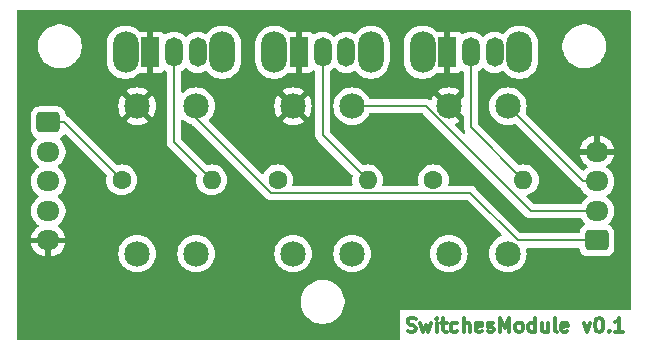
<source format=gtl>
%TF.GenerationSoftware,KiCad,Pcbnew,8.0.1*%
%TF.CreationDate,2024-04-28T18:53:44+02:00*%
%TF.ProjectId,SwitchesModule,53776974-6368-4657-934d-6f64756c652e,v0.1*%
%TF.SameCoordinates,Original*%
%TF.FileFunction,Copper,L1,Top*%
%TF.FilePolarity,Positive*%
%FSLAX46Y46*%
G04 Gerber Fmt 4.6, Leading zero omitted, Abs format (unit mm)*
G04 Created by KiCad (PCBNEW 8.0.1) date 2024-04-28 18:53:44*
%MOMM*%
%LPD*%
G01*
G04 APERTURE LIST*
G04 Aperture macros list*
%AMRoundRect*
0 Rectangle with rounded corners*
0 $1 Rounding radius*
0 $2 $3 $4 $5 $6 $7 $8 $9 X,Y pos of 4 corners*
0 Add a 4 corners polygon primitive as box body*
4,1,4,$2,$3,$4,$5,$6,$7,$8,$9,$2,$3,0*
0 Add four circle primitives for the rounded corners*
1,1,$1+$1,$2,$3*
1,1,$1+$1,$4,$5*
1,1,$1+$1,$6,$7*
1,1,$1+$1,$8,$9*
0 Add four rect primitives between the rounded corners*
20,1,$1+$1,$2,$3,$4,$5,0*
20,1,$1+$1,$4,$5,$6,$7,0*
20,1,$1+$1,$6,$7,$8,$9,0*
20,1,$1+$1,$8,$9,$2,$3,0*%
G04 Aperture macros list end*
%ADD10C,0.300000*%
%TA.AperFunction,NonConductor*%
%ADD11C,0.300000*%
%TD*%
%TA.AperFunction,ComponentPad*%
%ADD12C,2.159000*%
%TD*%
%TA.AperFunction,ComponentPad*%
%ADD13O,2.200000X3.500000*%
%TD*%
%TA.AperFunction,ComponentPad*%
%ADD14R,1.500000X2.500000*%
%TD*%
%TA.AperFunction,ComponentPad*%
%ADD15O,1.500000X2.500000*%
%TD*%
%TA.AperFunction,ComponentPad*%
%ADD16C,1.600000*%
%TD*%
%TA.AperFunction,ComponentPad*%
%ADD17O,1.600000X1.600000*%
%TD*%
%TA.AperFunction,ComponentPad*%
%ADD18RoundRect,0.250000X0.725000X-0.600000X0.725000X0.600000X-0.725000X0.600000X-0.725000X-0.600000X0*%
%TD*%
%TA.AperFunction,ComponentPad*%
%ADD19O,1.950000X1.700000*%
%TD*%
%TA.AperFunction,ComponentPad*%
%ADD20RoundRect,0.250000X-0.725000X0.600000X-0.725000X-0.600000X0.725000X-0.600000X0.725000X0.600000X0*%
%TD*%
%TA.AperFunction,Conductor*%
%ADD21C,0.200000*%
%TD*%
G04 APERTURE END LIST*
D10*
D11*
X153025939Y-115580400D02*
X153197368Y-115637542D01*
X153197368Y-115637542D02*
X153483082Y-115637542D01*
X153483082Y-115637542D02*
X153597368Y-115580400D01*
X153597368Y-115580400D02*
X153654510Y-115523257D01*
X153654510Y-115523257D02*
X153711653Y-115408971D01*
X153711653Y-115408971D02*
X153711653Y-115294685D01*
X153711653Y-115294685D02*
X153654510Y-115180400D01*
X153654510Y-115180400D02*
X153597368Y-115123257D01*
X153597368Y-115123257D02*
X153483082Y-115066114D01*
X153483082Y-115066114D02*
X153254510Y-115008971D01*
X153254510Y-115008971D02*
X153140225Y-114951828D01*
X153140225Y-114951828D02*
X153083082Y-114894685D01*
X153083082Y-114894685D02*
X153025939Y-114780400D01*
X153025939Y-114780400D02*
X153025939Y-114666114D01*
X153025939Y-114666114D02*
X153083082Y-114551828D01*
X153083082Y-114551828D02*
X153140225Y-114494685D01*
X153140225Y-114494685D02*
X153254510Y-114437542D01*
X153254510Y-114437542D02*
X153540225Y-114437542D01*
X153540225Y-114437542D02*
X153711653Y-114494685D01*
X154111653Y-114837542D02*
X154340225Y-115637542D01*
X154340225Y-115637542D02*
X154568796Y-115066114D01*
X154568796Y-115066114D02*
X154797367Y-115637542D01*
X154797367Y-115637542D02*
X155025939Y-114837542D01*
X155483082Y-115637542D02*
X155483082Y-114837542D01*
X155483082Y-114437542D02*
X155425939Y-114494685D01*
X155425939Y-114494685D02*
X155483082Y-114551828D01*
X155483082Y-114551828D02*
X155540225Y-114494685D01*
X155540225Y-114494685D02*
X155483082Y-114437542D01*
X155483082Y-114437542D02*
X155483082Y-114551828D01*
X155883082Y-114837542D02*
X156340225Y-114837542D01*
X156054511Y-114437542D02*
X156054511Y-115466114D01*
X156054511Y-115466114D02*
X156111654Y-115580400D01*
X156111654Y-115580400D02*
X156225939Y-115637542D01*
X156225939Y-115637542D02*
X156340225Y-115637542D01*
X157254511Y-115580400D02*
X157140225Y-115637542D01*
X157140225Y-115637542D02*
X156911653Y-115637542D01*
X156911653Y-115637542D02*
X156797368Y-115580400D01*
X156797368Y-115580400D02*
X156740225Y-115523257D01*
X156740225Y-115523257D02*
X156683082Y-115408971D01*
X156683082Y-115408971D02*
X156683082Y-115066114D01*
X156683082Y-115066114D02*
X156740225Y-114951828D01*
X156740225Y-114951828D02*
X156797368Y-114894685D01*
X156797368Y-114894685D02*
X156911653Y-114837542D01*
X156911653Y-114837542D02*
X157140225Y-114837542D01*
X157140225Y-114837542D02*
X157254511Y-114894685D01*
X157768796Y-115637542D02*
X157768796Y-114437542D01*
X158283082Y-115637542D02*
X158283082Y-115008971D01*
X158283082Y-115008971D02*
X158225939Y-114894685D01*
X158225939Y-114894685D02*
X158111653Y-114837542D01*
X158111653Y-114837542D02*
X157940224Y-114837542D01*
X157940224Y-114837542D02*
X157825939Y-114894685D01*
X157825939Y-114894685D02*
X157768796Y-114951828D01*
X159311653Y-115580400D02*
X159197367Y-115637542D01*
X159197367Y-115637542D02*
X158968796Y-115637542D01*
X158968796Y-115637542D02*
X158854510Y-115580400D01*
X158854510Y-115580400D02*
X158797367Y-115466114D01*
X158797367Y-115466114D02*
X158797367Y-115008971D01*
X158797367Y-115008971D02*
X158854510Y-114894685D01*
X158854510Y-114894685D02*
X158968796Y-114837542D01*
X158968796Y-114837542D02*
X159197367Y-114837542D01*
X159197367Y-114837542D02*
X159311653Y-114894685D01*
X159311653Y-114894685D02*
X159368796Y-115008971D01*
X159368796Y-115008971D02*
X159368796Y-115123257D01*
X159368796Y-115123257D02*
X158797367Y-115237542D01*
X159825938Y-115580400D02*
X159940224Y-115637542D01*
X159940224Y-115637542D02*
X160168795Y-115637542D01*
X160168795Y-115637542D02*
X160283081Y-115580400D01*
X160283081Y-115580400D02*
X160340224Y-115466114D01*
X160340224Y-115466114D02*
X160340224Y-115408971D01*
X160340224Y-115408971D02*
X160283081Y-115294685D01*
X160283081Y-115294685D02*
X160168795Y-115237542D01*
X160168795Y-115237542D02*
X159997367Y-115237542D01*
X159997367Y-115237542D02*
X159883081Y-115180400D01*
X159883081Y-115180400D02*
X159825938Y-115066114D01*
X159825938Y-115066114D02*
X159825938Y-115008971D01*
X159825938Y-115008971D02*
X159883081Y-114894685D01*
X159883081Y-114894685D02*
X159997367Y-114837542D01*
X159997367Y-114837542D02*
X160168795Y-114837542D01*
X160168795Y-114837542D02*
X160283081Y-114894685D01*
X160854510Y-115637542D02*
X160854510Y-114437542D01*
X160854510Y-114437542D02*
X161254510Y-115294685D01*
X161254510Y-115294685D02*
X161654510Y-114437542D01*
X161654510Y-114437542D02*
X161654510Y-115637542D01*
X162397367Y-115637542D02*
X162283082Y-115580400D01*
X162283082Y-115580400D02*
X162225939Y-115523257D01*
X162225939Y-115523257D02*
X162168796Y-115408971D01*
X162168796Y-115408971D02*
X162168796Y-115066114D01*
X162168796Y-115066114D02*
X162225939Y-114951828D01*
X162225939Y-114951828D02*
X162283082Y-114894685D01*
X162283082Y-114894685D02*
X162397367Y-114837542D01*
X162397367Y-114837542D02*
X162568796Y-114837542D01*
X162568796Y-114837542D02*
X162683082Y-114894685D01*
X162683082Y-114894685D02*
X162740225Y-114951828D01*
X162740225Y-114951828D02*
X162797367Y-115066114D01*
X162797367Y-115066114D02*
X162797367Y-115408971D01*
X162797367Y-115408971D02*
X162740225Y-115523257D01*
X162740225Y-115523257D02*
X162683082Y-115580400D01*
X162683082Y-115580400D02*
X162568796Y-115637542D01*
X162568796Y-115637542D02*
X162397367Y-115637542D01*
X163825939Y-115637542D02*
X163825939Y-114437542D01*
X163825939Y-115580400D02*
X163711653Y-115637542D01*
X163711653Y-115637542D02*
X163483081Y-115637542D01*
X163483081Y-115637542D02*
X163368796Y-115580400D01*
X163368796Y-115580400D02*
X163311653Y-115523257D01*
X163311653Y-115523257D02*
X163254510Y-115408971D01*
X163254510Y-115408971D02*
X163254510Y-115066114D01*
X163254510Y-115066114D02*
X163311653Y-114951828D01*
X163311653Y-114951828D02*
X163368796Y-114894685D01*
X163368796Y-114894685D02*
X163483081Y-114837542D01*
X163483081Y-114837542D02*
X163711653Y-114837542D01*
X163711653Y-114837542D02*
X163825939Y-114894685D01*
X164911653Y-114837542D02*
X164911653Y-115637542D01*
X164397367Y-114837542D02*
X164397367Y-115466114D01*
X164397367Y-115466114D02*
X164454510Y-115580400D01*
X164454510Y-115580400D02*
X164568795Y-115637542D01*
X164568795Y-115637542D02*
X164740224Y-115637542D01*
X164740224Y-115637542D02*
X164854510Y-115580400D01*
X164854510Y-115580400D02*
X164911653Y-115523257D01*
X165654509Y-115637542D02*
X165540224Y-115580400D01*
X165540224Y-115580400D02*
X165483081Y-115466114D01*
X165483081Y-115466114D02*
X165483081Y-114437542D01*
X166568795Y-115580400D02*
X166454509Y-115637542D01*
X166454509Y-115637542D02*
X166225938Y-115637542D01*
X166225938Y-115637542D02*
X166111652Y-115580400D01*
X166111652Y-115580400D02*
X166054509Y-115466114D01*
X166054509Y-115466114D02*
X166054509Y-115008971D01*
X166054509Y-115008971D02*
X166111652Y-114894685D01*
X166111652Y-114894685D02*
X166225938Y-114837542D01*
X166225938Y-114837542D02*
X166454509Y-114837542D01*
X166454509Y-114837542D02*
X166568795Y-114894685D01*
X166568795Y-114894685D02*
X166625938Y-115008971D01*
X166625938Y-115008971D02*
X166625938Y-115123257D01*
X166625938Y-115123257D02*
X166054509Y-115237542D01*
X167940223Y-114837542D02*
X168225937Y-115637542D01*
X168225937Y-115637542D02*
X168511652Y-114837542D01*
X169197366Y-114437542D02*
X169311652Y-114437542D01*
X169311652Y-114437542D02*
X169425938Y-114494685D01*
X169425938Y-114494685D02*
X169483081Y-114551828D01*
X169483081Y-114551828D02*
X169540223Y-114666114D01*
X169540223Y-114666114D02*
X169597366Y-114894685D01*
X169597366Y-114894685D02*
X169597366Y-115180400D01*
X169597366Y-115180400D02*
X169540223Y-115408971D01*
X169540223Y-115408971D02*
X169483081Y-115523257D01*
X169483081Y-115523257D02*
X169425938Y-115580400D01*
X169425938Y-115580400D02*
X169311652Y-115637542D01*
X169311652Y-115637542D02*
X169197366Y-115637542D01*
X169197366Y-115637542D02*
X169083081Y-115580400D01*
X169083081Y-115580400D02*
X169025938Y-115523257D01*
X169025938Y-115523257D02*
X168968795Y-115408971D01*
X168968795Y-115408971D02*
X168911652Y-115180400D01*
X168911652Y-115180400D02*
X168911652Y-114894685D01*
X168911652Y-114894685D02*
X168968795Y-114666114D01*
X168968795Y-114666114D02*
X169025938Y-114551828D01*
X169025938Y-114551828D02*
X169083081Y-114494685D01*
X169083081Y-114494685D02*
X169197366Y-114437542D01*
X170111652Y-115523257D02*
X170168795Y-115580400D01*
X170168795Y-115580400D02*
X170111652Y-115637542D01*
X170111652Y-115637542D02*
X170054509Y-115580400D01*
X170054509Y-115580400D02*
X170111652Y-115523257D01*
X170111652Y-115523257D02*
X170111652Y-115637542D01*
X171311652Y-115637542D02*
X170625938Y-115637542D01*
X170968795Y-115637542D02*
X170968795Y-114437542D01*
X170968795Y-114437542D02*
X170854509Y-114608971D01*
X170854509Y-114608971D02*
X170740224Y-114723257D01*
X170740224Y-114723257D02*
X170625938Y-114780400D01*
D12*
%TO.P,SW3,1,1*%
%TO.N,Net-(J1-Pin_3)*%
X161533520Y-96496700D03*
%TO.P,SW3,2,2*%
%TO.N,unconnected-(SW3-Pad2)*%
X161533520Y-108993500D03*
%TO.P,SW3,3,K*%
%TO.N,GND*%
X156534800Y-96496700D03*
%TO.P,SW3,4,A*%
%TO.N,unconnected-(SW3-A-Pad4)*%
X156534800Y-108993500D03*
%TD*%
D13*
%TO.P,SW5,*%
%TO.N,*%
X141732000Y-91948000D03*
X149932000Y-91948000D03*
D14*
%TO.P,SW5,1,O*%
%TO.N,GND*%
X143832000Y-91948000D03*
D15*
%TO.P,SW5,2,P*%
%TO.N,Net-(J2-Pin_3)*%
X145832000Y-91948000D03*
%TO.P,SW5,3,S*%
%TO.N,unconnected-(SW5-S-Pad3)*%
X147832000Y-91948000D03*
%TD*%
D12*
%TO.P,SW1,1,1*%
%TO.N,Net-(J1-Pin_1)*%
X135129200Y-96496700D03*
%TO.P,SW1,2,2*%
%TO.N,unconnected-(SW1-Pad2)*%
X135129200Y-108993500D03*
%TO.P,SW1,3,K*%
%TO.N,GND*%
X130130480Y-96496700D03*
%TO.P,SW1,4,A*%
%TO.N,unconnected-(SW1-A-Pad4)*%
X130130480Y-108993500D03*
%TD*%
D13*
%TO.P,SW6,*%
%TO.N,*%
X154308080Y-91948000D03*
X162508080Y-91948000D03*
D14*
%TO.P,SW6,1,O*%
%TO.N,GND*%
X156408080Y-91948000D03*
D15*
%TO.P,SW6,2,P*%
%TO.N,Net-(J2-Pin_4)*%
X158408080Y-91948000D03*
%TO.P,SW6,3,S*%
%TO.N,unconnected-(SW6-S-Pad3)*%
X160408080Y-91948000D03*
%TD*%
D12*
%TO.P,SW2,1,1*%
%TO.N,Net-(J1-Pin_2)*%
X148331360Y-96496700D03*
%TO.P,SW2,2,2*%
%TO.N,unconnected-(SW2-Pad2)*%
X148331360Y-108993500D03*
%TO.P,SW2,3,K*%
%TO.N,GND*%
X143332640Y-96496700D03*
%TO.P,SW2,4,A*%
%TO.N,unconnected-(SW2-A-Pad4)*%
X143332640Y-108993500D03*
%TD*%
D13*
%TO.P,SW4,*%
%TO.N,*%
X129155920Y-91948000D03*
X137355920Y-91948000D03*
D14*
%TO.P,SW4,1,O*%
%TO.N,GND*%
X131255920Y-91948000D03*
D15*
%TO.P,SW4,2,P*%
%TO.N,Net-(J2-Pin_2)*%
X133255920Y-91948000D03*
%TO.P,SW4,3,S*%
%TO.N,unconnected-(SW4-S-Pad3)*%
X135255920Y-91948000D03*
%TD*%
D16*
%TO.P,R2,1*%
%TO.N,+3.3V*%
X142022000Y-102745100D03*
D17*
%TO.P,R2,2*%
%TO.N,Net-(J2-Pin_3)*%
X149642000Y-102745100D03*
%TD*%
D18*
%TO.P,J1,1,Pin_1*%
%TO.N,Net-(J1-Pin_1)*%
X169059700Y-107878260D03*
D19*
%TO.P,J1,2,Pin_2*%
%TO.N,Net-(J1-Pin_2)*%
X169059700Y-105378260D03*
%TO.P,J1,3,Pin_3*%
%TO.N,Net-(J1-Pin_3)*%
X169059700Y-102878260D03*
%TO.P,J1,4,Pin_4*%
%TO.N,GND*%
X169059700Y-100378260D03*
%TD*%
D16*
%TO.P,R1,1*%
%TO.N,+3.3V*%
X128819840Y-102745100D03*
D17*
%TO.P,R1,2*%
%TO.N,Net-(J2-Pin_2)*%
X136439840Y-102745100D03*
%TD*%
D16*
%TO.P,R3,1*%
%TO.N,+3.3V*%
X155224160Y-102745100D03*
D17*
%TO.P,R3,2*%
%TO.N,Net-(J2-Pin_4)*%
X162844160Y-102745100D03*
%TD*%
D20*
%TO.P,J2,1,Pin_1*%
%TO.N,+3.3V*%
X122603100Y-97878260D03*
D19*
%TO.P,J2,2,Pin_2*%
%TO.N,Net-(J2-Pin_2)*%
X122603100Y-100378260D03*
%TO.P,J2,3,Pin_3*%
%TO.N,Net-(J2-Pin_3)*%
X122603100Y-102878260D03*
%TO.P,J2,4,Pin_4*%
%TO.N,Net-(J2-Pin_4)*%
X122603100Y-105378260D03*
%TO.P,J2,5,Pin_5*%
%TO.N,GND*%
X122603100Y-107878260D03*
%TD*%
D21*
%TO.N,Net-(J1-Pin_3)*%
X161533520Y-96496700D02*
X167915080Y-102878260D01*
X167915080Y-102878260D02*
X169059700Y-102878260D01*
%TO.N,Net-(J1-Pin_2)*%
X163442500Y-105378260D02*
X169059700Y-105378260D01*
X154560940Y-96496700D02*
X163442500Y-105378260D01*
X148331360Y-96496700D02*
X154560940Y-96496700D01*
%TO.N,Net-(J1-Pin_1)*%
X169059700Y-107878260D02*
X162369188Y-107878260D01*
X141436940Y-103845100D02*
X135129200Y-97537360D01*
X158336028Y-103845100D02*
X141436940Y-103845100D01*
X135129200Y-97537360D02*
X135129200Y-96496700D01*
X162369188Y-107878260D02*
X158336028Y-103845100D01*
%TO.N,Net-(J2-Pin_2)*%
X133255920Y-91948000D02*
X133255920Y-99561180D01*
X133255920Y-99561180D02*
X136439840Y-102745100D01*
%TO.N,Net-(J2-Pin_3)*%
X145832000Y-98935100D02*
X149642000Y-102745100D01*
X145832000Y-91948000D02*
X145832000Y-98935100D01*
%TO.N,Net-(J2-Pin_4)*%
X158408080Y-91948000D02*
X158408080Y-98309020D01*
X158408080Y-98309020D02*
X162844160Y-102745100D01*
%TO.N,+3.3V*%
X122603100Y-97878260D02*
X123953000Y-97878260D01*
X123953000Y-97878260D02*
X128819840Y-102745100D01*
%TD*%
%TA.AperFunction,Conductor*%
%TO.N,GND*%
G36*
X157771261Y-97379608D02*
G01*
X157804746Y-97440931D01*
X157807580Y-97467289D01*
X157807580Y-98222350D01*
X157807579Y-98222368D01*
X157807579Y-98388074D01*
X157807578Y-98388074D01*
X157848503Y-98540806D01*
X157848504Y-98540807D01*
X157863271Y-98566384D01*
X157900609Y-98631056D01*
X157916086Y-98657862D01*
X157932559Y-98725762D01*
X157909707Y-98791789D01*
X157854785Y-98834980D01*
X157785232Y-98841621D01*
X157723129Y-98809605D01*
X157721018Y-98807543D01*
X157079690Y-98166215D01*
X157046205Y-98104892D01*
X157051189Y-98035200D01*
X157093061Y-97979267D01*
X157119918Y-97963973D01*
X157254100Y-97908393D01*
X157464194Y-97779646D01*
X156745402Y-97060855D01*
X156766175Y-97055290D01*
X156902865Y-96976372D01*
X157014472Y-96864765D01*
X157093390Y-96728075D01*
X157098955Y-96707302D01*
X157771261Y-97379608D01*
G37*
%TD.AperFunction*%
%TA.AperFunction,Conductor*%
G36*
X171871639Y-88367045D02*
G01*
X171917394Y-88419849D01*
X171928600Y-88471360D01*
X171928600Y-113655198D01*
X171908915Y-113722237D01*
X171856111Y-113767992D01*
X171804600Y-113779198D01*
X152368714Y-113779198D01*
X152368714Y-116222360D01*
X152349029Y-116289399D01*
X152296225Y-116335154D01*
X152244714Y-116346360D01*
X120053600Y-116346360D01*
X119986561Y-116326675D01*
X119940806Y-116273871D01*
X119929600Y-116222360D01*
X119929600Y-113199548D01*
X143993600Y-113199548D01*
X144025261Y-113440045D01*
X144088047Y-113674364D01*
X144131471Y-113779198D01*
X144180876Y-113898472D01*
X144302164Y-114108549D01*
X144302166Y-114108552D01*
X144302167Y-114108553D01*
X144449833Y-114300996D01*
X144449839Y-114301003D01*
X144621356Y-114472520D01*
X144621362Y-114472525D01*
X144813811Y-114620196D01*
X145023888Y-114741484D01*
X145248000Y-114834314D01*
X145482311Y-114897098D01*
X145662686Y-114920844D01*
X145722811Y-114928760D01*
X145722812Y-114928760D01*
X145965389Y-114928760D01*
X146013488Y-114922427D01*
X146205889Y-114897098D01*
X146440200Y-114834314D01*
X146664312Y-114741484D01*
X146874389Y-114620196D01*
X147066838Y-114472525D01*
X147238365Y-114300998D01*
X147386036Y-114108549D01*
X147507324Y-113898472D01*
X147600154Y-113674360D01*
X147662938Y-113440049D01*
X147694600Y-113199548D01*
X147694600Y-112956972D01*
X147662938Y-112716471D01*
X147600154Y-112482160D01*
X147507324Y-112258048D01*
X147386036Y-112047971D01*
X147238365Y-111855522D01*
X147238360Y-111855516D01*
X147066843Y-111683999D01*
X147066836Y-111683993D01*
X146874393Y-111536327D01*
X146874392Y-111536326D01*
X146874389Y-111536324D01*
X146664312Y-111415036D01*
X146664305Y-111415033D01*
X146440204Y-111322207D01*
X146205885Y-111259421D01*
X145965389Y-111227760D01*
X145965388Y-111227760D01*
X145722812Y-111227760D01*
X145722811Y-111227760D01*
X145482314Y-111259421D01*
X145247995Y-111322207D01*
X145023894Y-111415033D01*
X145023885Y-111415037D01*
X144813806Y-111536327D01*
X144621363Y-111683993D01*
X144621356Y-111683999D01*
X144449839Y-111855516D01*
X144449833Y-111855523D01*
X144302167Y-112047966D01*
X144180877Y-112258045D01*
X144180873Y-112258054D01*
X144088047Y-112482155D01*
X144025261Y-112716474D01*
X143993600Y-112956971D01*
X143993600Y-113199548D01*
X119929600Y-113199548D01*
X119929600Y-105484547D01*
X121127600Y-105484547D01*
X121160854Y-105694503D01*
X121214232Y-105858784D01*
X121226544Y-105896674D01*
X121323051Y-106086080D01*
X121447990Y-106258046D01*
X121598309Y-106408365D01*
X121598314Y-106408369D01*
X121763318Y-106528251D01*
X121805984Y-106583580D01*
X121811963Y-106653194D01*
X121779358Y-106714989D01*
X121763318Y-106728887D01*
X121598640Y-106848532D01*
X121598635Y-106848536D01*
X121448376Y-106998795D01*
X121448372Y-106998800D01*
X121323479Y-107170702D01*
X121227004Y-107360042D01*
X121161342Y-107562130D01*
X121161342Y-107562133D01*
X121150869Y-107628260D01*
X122198954Y-107628260D01*
X122160470Y-107694917D01*
X122128100Y-107815725D01*
X122128100Y-107940795D01*
X122160470Y-108061603D01*
X122198954Y-108128260D01*
X121150869Y-108128260D01*
X121161342Y-108194386D01*
X121161342Y-108194389D01*
X121227004Y-108396477D01*
X121323479Y-108585817D01*
X121448372Y-108757719D01*
X121448376Y-108757724D01*
X121598635Y-108907983D01*
X121598640Y-108907987D01*
X121770542Y-109032880D01*
X121959882Y-109129355D01*
X122161972Y-109195017D01*
X122353100Y-109225289D01*
X122353100Y-108282405D01*
X122419757Y-108320890D01*
X122540565Y-108353260D01*
X122665635Y-108353260D01*
X122786443Y-108320890D01*
X122853100Y-108282405D01*
X122853100Y-109225288D01*
X123044227Y-109195017D01*
X123246317Y-109129355D01*
X123435657Y-109032880D01*
X123489859Y-108993500D01*
X128545594Y-108993500D01*
X128565107Y-109241434D01*
X128623164Y-109483259D01*
X128718335Y-109713023D01*
X128848276Y-109925068D01*
X128848277Y-109925070D01*
X128848280Y-109925073D01*
X129009796Y-110114184D01*
X129156186Y-110239213D01*
X129198909Y-110275702D01*
X129198911Y-110275703D01*
X129410956Y-110405644D01*
X129640720Y-110500815D01*
X129640721Y-110500815D01*
X129640723Y-110500816D01*
X129882549Y-110558873D01*
X130130480Y-110578386D01*
X130378411Y-110558873D01*
X130620237Y-110500816D01*
X130850003Y-110405644D01*
X131062053Y-110275700D01*
X131251164Y-110114184D01*
X131412680Y-109925073D01*
X131542624Y-109713023D01*
X131637796Y-109483257D01*
X131695853Y-109241431D01*
X131715366Y-108993500D01*
X133544314Y-108993500D01*
X133563827Y-109241434D01*
X133621884Y-109483259D01*
X133717055Y-109713023D01*
X133846996Y-109925068D01*
X133846997Y-109925070D01*
X133847000Y-109925073D01*
X134008516Y-110114184D01*
X134154906Y-110239213D01*
X134197629Y-110275702D01*
X134197631Y-110275703D01*
X134409676Y-110405644D01*
X134639440Y-110500815D01*
X134639441Y-110500815D01*
X134639443Y-110500816D01*
X134881269Y-110558873D01*
X135129200Y-110578386D01*
X135377131Y-110558873D01*
X135618957Y-110500816D01*
X135848723Y-110405644D01*
X136060773Y-110275700D01*
X136249884Y-110114184D01*
X136411400Y-109925073D01*
X136541344Y-109713023D01*
X136636516Y-109483257D01*
X136694573Y-109241431D01*
X136714086Y-108993500D01*
X141747754Y-108993500D01*
X141767267Y-109241434D01*
X141825324Y-109483259D01*
X141920495Y-109713023D01*
X142050436Y-109925068D01*
X142050437Y-109925070D01*
X142050440Y-109925073D01*
X142211956Y-110114184D01*
X142358346Y-110239213D01*
X142401069Y-110275702D01*
X142401071Y-110275703D01*
X142613116Y-110405644D01*
X142842880Y-110500815D01*
X142842881Y-110500815D01*
X142842883Y-110500816D01*
X143084709Y-110558873D01*
X143332640Y-110578386D01*
X143580571Y-110558873D01*
X143822397Y-110500816D01*
X144052163Y-110405644D01*
X144264213Y-110275700D01*
X144453324Y-110114184D01*
X144614840Y-109925073D01*
X144744784Y-109713023D01*
X144839956Y-109483257D01*
X144898013Y-109241431D01*
X144917526Y-108993500D01*
X146746474Y-108993500D01*
X146765987Y-109241434D01*
X146824044Y-109483259D01*
X146919215Y-109713023D01*
X147049156Y-109925068D01*
X147049157Y-109925070D01*
X147049160Y-109925073D01*
X147210676Y-110114184D01*
X147357066Y-110239213D01*
X147399789Y-110275702D01*
X147399791Y-110275703D01*
X147611836Y-110405644D01*
X147841600Y-110500815D01*
X147841601Y-110500815D01*
X147841603Y-110500816D01*
X148083429Y-110558873D01*
X148331360Y-110578386D01*
X148579291Y-110558873D01*
X148821117Y-110500816D01*
X149050883Y-110405644D01*
X149262933Y-110275700D01*
X149452044Y-110114184D01*
X149613560Y-109925073D01*
X149743504Y-109713023D01*
X149838676Y-109483257D01*
X149896733Y-109241431D01*
X149916246Y-108993500D01*
X154949914Y-108993500D01*
X154969427Y-109241434D01*
X155027484Y-109483259D01*
X155122655Y-109713023D01*
X155252596Y-109925068D01*
X155252597Y-109925070D01*
X155252600Y-109925073D01*
X155414116Y-110114184D01*
X155560506Y-110239213D01*
X155603229Y-110275702D01*
X155603231Y-110275703D01*
X155815276Y-110405644D01*
X156045040Y-110500815D01*
X156045041Y-110500815D01*
X156045043Y-110500816D01*
X156286869Y-110558873D01*
X156534800Y-110578386D01*
X156782731Y-110558873D01*
X157024557Y-110500816D01*
X157254323Y-110405644D01*
X157466373Y-110275700D01*
X157655484Y-110114184D01*
X157817000Y-109925073D01*
X157946944Y-109713023D01*
X158042116Y-109483257D01*
X158100173Y-109241431D01*
X158119686Y-108993500D01*
X158100173Y-108745569D01*
X158042116Y-108503743D01*
X157946944Y-108273977D01*
X157946944Y-108273976D01*
X157817003Y-108061931D01*
X157817002Y-108061929D01*
X157780513Y-108019206D01*
X157655484Y-107872816D01*
X157530453Y-107766030D01*
X157466370Y-107711297D01*
X157466368Y-107711296D01*
X157254323Y-107581355D01*
X157024559Y-107486184D01*
X156782734Y-107428127D01*
X156534800Y-107408614D01*
X156286865Y-107428127D01*
X156045040Y-107486184D01*
X155815276Y-107581355D01*
X155603231Y-107711296D01*
X155603229Y-107711297D01*
X155414116Y-107872816D01*
X155252597Y-108061929D01*
X155252596Y-108061931D01*
X155122655Y-108273976D01*
X155027484Y-108503740D01*
X154969427Y-108745565D01*
X154949914Y-108993500D01*
X149916246Y-108993500D01*
X149896733Y-108745569D01*
X149838676Y-108503743D01*
X149743504Y-108273977D01*
X149743504Y-108273976D01*
X149613563Y-108061931D01*
X149613562Y-108061929D01*
X149577073Y-108019206D01*
X149452044Y-107872816D01*
X149327013Y-107766030D01*
X149262930Y-107711297D01*
X149262928Y-107711296D01*
X149050883Y-107581355D01*
X148821119Y-107486184D01*
X148579294Y-107428127D01*
X148331360Y-107408614D01*
X148083425Y-107428127D01*
X147841600Y-107486184D01*
X147611836Y-107581355D01*
X147399791Y-107711296D01*
X147399789Y-107711297D01*
X147210676Y-107872816D01*
X147049157Y-108061929D01*
X147049156Y-108061931D01*
X146919215Y-108273976D01*
X146824044Y-108503740D01*
X146765987Y-108745565D01*
X146746474Y-108993500D01*
X144917526Y-108993500D01*
X144898013Y-108745569D01*
X144839956Y-108503743D01*
X144744784Y-108273977D01*
X144744784Y-108273976D01*
X144614843Y-108061931D01*
X144614842Y-108061929D01*
X144578353Y-108019206D01*
X144453324Y-107872816D01*
X144328293Y-107766030D01*
X144264210Y-107711297D01*
X144264208Y-107711296D01*
X144052163Y-107581355D01*
X143822399Y-107486184D01*
X143580574Y-107428127D01*
X143332640Y-107408614D01*
X143084705Y-107428127D01*
X142842880Y-107486184D01*
X142613116Y-107581355D01*
X142401071Y-107711296D01*
X142401069Y-107711297D01*
X142211956Y-107872816D01*
X142050437Y-108061929D01*
X142050436Y-108061931D01*
X141920495Y-108273976D01*
X141825324Y-108503740D01*
X141767267Y-108745565D01*
X141747754Y-108993500D01*
X136714086Y-108993500D01*
X136694573Y-108745569D01*
X136636516Y-108503743D01*
X136541344Y-108273977D01*
X136541344Y-108273976D01*
X136411403Y-108061931D01*
X136411402Y-108061929D01*
X136374913Y-108019206D01*
X136249884Y-107872816D01*
X136124853Y-107766030D01*
X136060770Y-107711297D01*
X136060768Y-107711296D01*
X135848723Y-107581355D01*
X135618959Y-107486184D01*
X135377134Y-107428127D01*
X135129200Y-107408614D01*
X134881265Y-107428127D01*
X134639440Y-107486184D01*
X134409676Y-107581355D01*
X134197631Y-107711296D01*
X134197629Y-107711297D01*
X134008516Y-107872816D01*
X133846997Y-108061929D01*
X133846996Y-108061931D01*
X133717055Y-108273976D01*
X133621884Y-108503740D01*
X133563827Y-108745565D01*
X133544314Y-108993500D01*
X131715366Y-108993500D01*
X131695853Y-108745569D01*
X131637796Y-108503743D01*
X131542624Y-108273977D01*
X131542624Y-108273976D01*
X131412683Y-108061931D01*
X131412682Y-108061929D01*
X131376193Y-108019206D01*
X131251164Y-107872816D01*
X131126133Y-107766030D01*
X131062050Y-107711297D01*
X131062048Y-107711296D01*
X130850003Y-107581355D01*
X130620239Y-107486184D01*
X130378414Y-107428127D01*
X130130480Y-107408614D01*
X129882545Y-107428127D01*
X129640720Y-107486184D01*
X129410956Y-107581355D01*
X129198911Y-107711296D01*
X129198909Y-107711297D01*
X129009796Y-107872816D01*
X128848277Y-108061929D01*
X128848276Y-108061931D01*
X128718335Y-108273976D01*
X128623164Y-108503740D01*
X128565107Y-108745565D01*
X128545594Y-108993500D01*
X123489859Y-108993500D01*
X123607559Y-108907987D01*
X123607564Y-108907983D01*
X123757823Y-108757724D01*
X123757827Y-108757719D01*
X123882720Y-108585817D01*
X123979195Y-108396477D01*
X124044857Y-108194389D01*
X124044857Y-108194386D01*
X124055331Y-108128260D01*
X123007246Y-108128260D01*
X123045730Y-108061603D01*
X123078100Y-107940795D01*
X123078100Y-107815725D01*
X123045730Y-107694917D01*
X123007246Y-107628260D01*
X124055331Y-107628260D01*
X124044857Y-107562133D01*
X124044857Y-107562130D01*
X123979195Y-107360042D01*
X123882720Y-107170702D01*
X123757827Y-106998800D01*
X123757823Y-106998795D01*
X123607564Y-106848536D01*
X123607559Y-106848532D01*
X123442881Y-106728887D01*
X123400215Y-106673557D01*
X123394236Y-106603944D01*
X123426841Y-106542149D01*
X123442876Y-106528254D01*
X123607892Y-106408364D01*
X123758204Y-106258052D01*
X123758206Y-106258048D01*
X123758209Y-106258046D01*
X123883148Y-106086080D01*
X123883147Y-106086080D01*
X123883151Y-106086076D01*
X123979657Y-105896672D01*
X124045346Y-105694503D01*
X124078600Y-105484547D01*
X124078600Y-105271973D01*
X124045346Y-105062017D01*
X123979657Y-104859848D01*
X123883151Y-104670444D01*
X123883149Y-104670441D01*
X123883148Y-104670439D01*
X123758209Y-104498473D01*
X123607892Y-104348156D01*
X123576875Y-104325621D01*
X123443304Y-104228576D01*
X123400640Y-104173249D01*
X123394661Y-104103636D01*
X123427266Y-104041840D01*
X123443299Y-104027946D01*
X123607892Y-103908364D01*
X123758204Y-103758052D01*
X123758206Y-103758048D01*
X123758209Y-103758046D01*
X123883148Y-103586080D01*
X123883147Y-103586080D01*
X123883151Y-103586076D01*
X123979657Y-103396672D01*
X124045346Y-103194503D01*
X124078600Y-102984547D01*
X124078600Y-102771973D01*
X124045346Y-102562017D01*
X123979657Y-102359848D01*
X123883151Y-102170444D01*
X123883149Y-102170441D01*
X123883148Y-102170439D01*
X123758209Y-101998473D01*
X123607892Y-101848156D01*
X123607884Y-101848150D01*
X123443304Y-101728576D01*
X123400640Y-101673249D01*
X123394661Y-101603636D01*
X123427266Y-101541840D01*
X123443299Y-101527946D01*
X123607892Y-101408364D01*
X123758204Y-101258052D01*
X123758206Y-101258048D01*
X123758209Y-101258046D01*
X123883148Y-101086080D01*
X123883147Y-101086080D01*
X123883151Y-101086076D01*
X123979657Y-100896672D01*
X124045346Y-100694503D01*
X124078600Y-100484547D01*
X124078600Y-100271973D01*
X124045346Y-100062017D01*
X123979657Y-99859848D01*
X123883151Y-99670444D01*
X123883149Y-99670441D01*
X123883148Y-99670439D01*
X123758209Y-99498473D01*
X123619394Y-99359658D01*
X123585909Y-99298335D01*
X123590893Y-99228643D01*
X123632765Y-99172710D01*
X123641979Y-99166438D01*
X123647431Y-99163074D01*
X123647434Y-99163074D01*
X123796756Y-99070972D01*
X123920812Y-98946916D01*
X123934471Y-98924770D01*
X123986418Y-98878046D01*
X124055381Y-98866823D01*
X124119463Y-98894666D01*
X124127691Y-98902186D01*
X127527898Y-102302393D01*
X127561383Y-102363716D01*
X127559992Y-102422167D01*
X127534206Y-102518402D01*
X127534204Y-102518413D01*
X127514372Y-102745098D01*
X127514372Y-102745101D01*
X127534204Y-102971786D01*
X127534206Y-102971797D01*
X127593098Y-103191588D01*
X127593101Y-103191597D01*
X127689271Y-103397832D01*
X127689272Y-103397834D01*
X127819794Y-103584241D01*
X127980698Y-103745145D01*
X127980701Y-103745147D01*
X128167106Y-103875668D01*
X128373344Y-103971839D01*
X128593148Y-104030735D01*
X128755070Y-104044901D01*
X128819838Y-104050568D01*
X128819840Y-104050568D01*
X128819842Y-104050568D01*
X128876513Y-104045609D01*
X129046532Y-104030735D01*
X129266336Y-103971839D01*
X129472574Y-103875668D01*
X129658979Y-103745147D01*
X129819887Y-103584239D01*
X129950408Y-103397834D01*
X130046579Y-103191596D01*
X130105475Y-102971792D01*
X130125308Y-102745100D01*
X130105475Y-102518408D01*
X130046579Y-102298604D01*
X129950408Y-102092366D01*
X129819887Y-101905961D01*
X129819885Y-101905958D01*
X129658981Y-101745054D01*
X129472574Y-101614532D01*
X129472572Y-101614531D01*
X129266337Y-101518361D01*
X129266328Y-101518358D01*
X129046537Y-101459466D01*
X129046533Y-101459465D01*
X129046532Y-101459465D01*
X129046531Y-101459464D01*
X129046526Y-101459464D01*
X128819842Y-101439632D01*
X128819838Y-101439632D01*
X128593153Y-101459464D01*
X128593142Y-101459466D01*
X128496907Y-101485252D01*
X128427057Y-101483589D01*
X128377133Y-101453158D01*
X124440590Y-97516615D01*
X124440588Y-97516612D01*
X124321717Y-97397741D01*
X124321716Y-97397740D01*
X124214237Y-97335687D01*
X124214235Y-97335686D01*
X124184785Y-97318683D01*
X124184784Y-97318682D01*
X124184783Y-97318682D01*
X124174221Y-97315852D01*
X124167683Y-97314100D01*
X124108024Y-97277735D01*
X124077495Y-97214888D01*
X124076422Y-97206942D01*
X124068099Y-97125463D01*
X124012914Y-96958926D01*
X123920812Y-96809604D01*
X123796756Y-96685548D01*
X123647434Y-96593446D01*
X123480897Y-96538261D01*
X123480895Y-96538260D01*
X123378110Y-96527760D01*
X121828098Y-96527760D01*
X121828081Y-96527761D01*
X121725303Y-96538260D01*
X121725300Y-96538261D01*
X121558768Y-96593445D01*
X121558763Y-96593447D01*
X121409442Y-96685549D01*
X121285389Y-96809602D01*
X121193287Y-96958923D01*
X121193286Y-96958926D01*
X121138101Y-97125463D01*
X121138101Y-97125464D01*
X121138100Y-97125464D01*
X121127600Y-97228243D01*
X121127600Y-98528261D01*
X121127601Y-98528278D01*
X121138100Y-98631056D01*
X121138101Y-98631059D01*
X121193285Y-98797591D01*
X121193287Y-98797596D01*
X121200694Y-98809605D01*
X121285387Y-98946915D01*
X121285389Y-98946917D01*
X121409444Y-99070972D01*
X121564220Y-99166438D01*
X121610945Y-99218386D01*
X121622168Y-99287348D01*
X121594324Y-99351431D01*
X121586806Y-99359658D01*
X121447989Y-99498475D01*
X121323051Y-99670439D01*
X121226544Y-99859845D01*
X121160853Y-100062020D01*
X121127600Y-100271973D01*
X121127600Y-100484546D01*
X121160853Y-100694499D01*
X121226544Y-100896674D01*
X121323051Y-101086080D01*
X121447990Y-101258046D01*
X121598309Y-101408365D01*
X121598314Y-101408369D01*
X121762893Y-101527942D01*
X121805559Y-101583271D01*
X121811538Y-101652885D01*
X121778933Y-101714680D01*
X121762893Y-101728578D01*
X121598314Y-101848150D01*
X121598309Y-101848154D01*
X121447990Y-101998473D01*
X121323051Y-102170439D01*
X121226544Y-102359845D01*
X121160853Y-102562020D01*
X121127600Y-102771973D01*
X121127600Y-102984546D01*
X121160393Y-103191597D01*
X121160854Y-103194503D01*
X121216115Y-103364579D01*
X121226544Y-103396674D01*
X121323051Y-103586080D01*
X121447990Y-103758046D01*
X121598309Y-103908365D01*
X121598314Y-103908369D01*
X121762893Y-104027942D01*
X121805559Y-104083271D01*
X121811538Y-104152885D01*
X121778933Y-104214680D01*
X121762893Y-104228578D01*
X121598314Y-104348150D01*
X121598309Y-104348154D01*
X121447990Y-104498473D01*
X121323051Y-104670439D01*
X121226544Y-104859845D01*
X121160853Y-105062020D01*
X121127600Y-105271973D01*
X121127600Y-105484547D01*
X119929600Y-105484547D01*
X119929600Y-96496700D01*
X128546096Y-96496700D01*
X128565601Y-96744549D01*
X128623639Y-96986297D01*
X128718783Y-97215995D01*
X128847532Y-97426094D01*
X129566324Y-96707302D01*
X129571890Y-96728075D01*
X129650808Y-96864765D01*
X129762415Y-96976372D01*
X129899105Y-97055290D01*
X129919876Y-97060855D01*
X129201084Y-97779646D01*
X129411184Y-97908396D01*
X129640882Y-98003540D01*
X129882631Y-98061578D01*
X129882630Y-98061578D01*
X130130480Y-98081083D01*
X130378329Y-98061578D01*
X130620076Y-98003540D01*
X130849780Y-97908393D01*
X131059874Y-97779646D01*
X130341082Y-97060855D01*
X130361855Y-97055290D01*
X130498545Y-96976372D01*
X130610152Y-96864765D01*
X130689070Y-96728075D01*
X130694635Y-96707303D01*
X131413426Y-97426094D01*
X131542173Y-97216000D01*
X131637320Y-96986296D01*
X131695358Y-96744549D01*
X131714863Y-96496700D01*
X131695358Y-96248850D01*
X131637320Y-96007102D01*
X131542176Y-95777404D01*
X131413426Y-95567304D01*
X130694635Y-96286096D01*
X130689070Y-96265325D01*
X130610152Y-96128635D01*
X130498545Y-96017028D01*
X130361855Y-95938110D01*
X130341083Y-95932544D01*
X131059874Y-95213752D01*
X130849775Y-95085003D01*
X130620077Y-94989859D01*
X130378328Y-94931821D01*
X130378329Y-94931821D01*
X130130480Y-94912316D01*
X129882630Y-94931821D01*
X129640882Y-94989859D01*
X129411192Y-95085000D01*
X129411186Y-95085003D01*
X129201084Y-95213752D01*
X129919877Y-95932544D01*
X129899105Y-95938110D01*
X129762415Y-96017028D01*
X129650808Y-96128635D01*
X129571890Y-96265325D01*
X129566324Y-96286096D01*
X128847532Y-95567304D01*
X128718783Y-95777406D01*
X128718780Y-95777412D01*
X128623639Y-96007102D01*
X128565601Y-96248850D01*
X128546096Y-96496700D01*
X119929600Y-96496700D01*
X119929600Y-91558748D01*
X121743200Y-91558748D01*
X121774861Y-91799245D01*
X121837647Y-92033564D01*
X121903939Y-92193606D01*
X121930476Y-92257672D01*
X122051764Y-92467749D01*
X122051766Y-92467752D01*
X122051767Y-92467753D01*
X122199433Y-92660196D01*
X122199439Y-92660203D01*
X122370956Y-92831720D01*
X122370962Y-92831725D01*
X122563411Y-92979396D01*
X122773488Y-93100684D01*
X122997600Y-93193514D01*
X123231911Y-93256298D01*
X123412286Y-93280044D01*
X123472411Y-93287960D01*
X123472412Y-93287960D01*
X123714989Y-93287960D01*
X123763088Y-93281627D01*
X123955489Y-93256298D01*
X124189800Y-93193514D01*
X124413912Y-93100684D01*
X124623989Y-92979396D01*
X124816438Y-92831725D01*
X124924202Y-92723961D01*
X127555420Y-92723961D01*
X127594830Y-92972785D01*
X127672680Y-93212383D01*
X127704919Y-93275654D01*
X127769206Y-93401825D01*
X127787052Y-93436848D01*
X127935121Y-93640649D01*
X127935125Y-93640654D01*
X128113265Y-93818794D01*
X128113270Y-93818798D01*
X128291037Y-93947952D01*
X128317075Y-93966870D01*
X128460104Y-94039747D01*
X128541536Y-94081239D01*
X128541538Y-94081239D01*
X128541541Y-94081241D01*
X128781135Y-94159090D01*
X129029958Y-94198500D01*
X129029959Y-94198500D01*
X129281881Y-94198500D01*
X129281882Y-94198500D01*
X129530705Y-94159090D01*
X129770299Y-94081241D01*
X129994765Y-93966870D01*
X130198576Y-93818793D01*
X130290888Y-93726480D01*
X130352207Y-93692998D01*
X130391823Y-93690875D01*
X130458078Y-93697999D01*
X130458092Y-93698000D01*
X131005920Y-93698000D01*
X131005920Y-92263686D01*
X131010314Y-92268080D01*
X131101526Y-92320741D01*
X131203259Y-92348000D01*
X131308581Y-92348000D01*
X131410314Y-92320741D01*
X131501526Y-92268080D01*
X131505920Y-92263686D01*
X131505920Y-93698000D01*
X132053748Y-93698000D01*
X132053764Y-93697999D01*
X132113292Y-93691598D01*
X132113299Y-93691596D01*
X132248006Y-93641354D01*
X132248013Y-93641350D01*
X132363106Y-93555190D01*
X132391749Y-93516930D01*
X132447683Y-93475059D01*
X132517375Y-93470075D01*
X132563901Y-93490923D01*
X132604305Y-93520278D01*
X132646971Y-93575607D01*
X132655420Y-93620596D01*
X132655420Y-99474510D01*
X132655419Y-99474528D01*
X132655419Y-99640234D01*
X132655418Y-99640234D01*
X132696343Y-99792965D01*
X132725278Y-99843080D01*
X132725279Y-99843084D01*
X132725280Y-99843084D01*
X132775399Y-99929894D01*
X132775401Y-99929897D01*
X132894269Y-100048765D01*
X132894275Y-100048770D01*
X135147898Y-102302393D01*
X135181383Y-102363716D01*
X135179992Y-102422167D01*
X135154206Y-102518402D01*
X135154204Y-102518413D01*
X135134372Y-102745098D01*
X135134372Y-102745101D01*
X135154204Y-102971786D01*
X135154206Y-102971797D01*
X135213098Y-103191588D01*
X135213101Y-103191597D01*
X135309271Y-103397832D01*
X135309272Y-103397834D01*
X135439794Y-103584241D01*
X135600698Y-103745145D01*
X135600701Y-103745147D01*
X135787106Y-103875668D01*
X135993344Y-103971839D01*
X136213148Y-104030735D01*
X136375070Y-104044901D01*
X136439838Y-104050568D01*
X136439840Y-104050568D01*
X136439842Y-104050568D01*
X136496513Y-104045609D01*
X136666532Y-104030735D01*
X136886336Y-103971839D01*
X137092574Y-103875668D01*
X137278979Y-103745147D01*
X137439887Y-103584239D01*
X137570408Y-103397834D01*
X137666579Y-103191596D01*
X137725475Y-102971792D01*
X137745308Y-102745100D01*
X137725475Y-102518408D01*
X137666579Y-102298604D01*
X137570408Y-102092366D01*
X137439887Y-101905961D01*
X137439885Y-101905958D01*
X137278981Y-101745054D01*
X137092574Y-101614532D01*
X137092572Y-101614531D01*
X136886337Y-101518361D01*
X136886328Y-101518358D01*
X136666537Y-101459466D01*
X136666533Y-101459465D01*
X136666532Y-101459465D01*
X136666531Y-101459464D01*
X136666526Y-101459464D01*
X136439842Y-101439632D01*
X136439838Y-101439632D01*
X136213153Y-101459464D01*
X136213142Y-101459466D01*
X136116907Y-101485252D01*
X136047057Y-101483589D01*
X135997133Y-101453158D01*
X133892739Y-99348764D01*
X133859254Y-99287441D01*
X133856420Y-99261083D01*
X133856420Y-97756458D01*
X133876105Y-97689419D01*
X133928909Y-97643664D01*
X133998067Y-97633720D01*
X134060950Y-97662167D01*
X134150818Y-97738921D01*
X134197629Y-97778902D01*
X134197631Y-97778903D01*
X134409676Y-97908844D01*
X134639440Y-98004015D01*
X134639441Y-98004015D01*
X134639443Y-98004016D01*
X134746476Y-98029712D01*
X134805210Y-98062605D01*
X140952079Y-104209474D01*
X140952089Y-104209485D01*
X140956419Y-104213815D01*
X140956420Y-104213816D01*
X141068224Y-104325620D01*
X141068226Y-104325621D01*
X141068230Y-104325624D01*
X141205149Y-104404673D01*
X141205156Y-104404677D01*
X141316959Y-104434634D01*
X141357882Y-104445600D01*
X141357883Y-104445600D01*
X158035931Y-104445600D01*
X158102970Y-104465285D01*
X158123612Y-104481919D01*
X160972015Y-107330323D01*
X161005500Y-107391646D01*
X161000516Y-107461338D01*
X160958644Y-107517271D01*
X160931787Y-107532565D01*
X160813996Y-107581355D01*
X160601951Y-107711296D01*
X160601949Y-107711297D01*
X160412836Y-107872816D01*
X160251317Y-108061929D01*
X160251316Y-108061931D01*
X160121375Y-108273976D01*
X160026204Y-108503740D01*
X159968147Y-108745565D01*
X159948634Y-108993500D01*
X159968147Y-109241434D01*
X160026204Y-109483259D01*
X160121375Y-109713023D01*
X160251316Y-109925068D01*
X160251317Y-109925070D01*
X160251320Y-109925073D01*
X160412836Y-110114184D01*
X160559226Y-110239213D01*
X160601949Y-110275702D01*
X160601951Y-110275703D01*
X160813996Y-110405644D01*
X161043760Y-110500815D01*
X161043761Y-110500815D01*
X161043763Y-110500816D01*
X161285589Y-110558873D01*
X161533520Y-110578386D01*
X161781451Y-110558873D01*
X162023277Y-110500816D01*
X162253043Y-110405644D01*
X162465093Y-110275700D01*
X162654204Y-110114184D01*
X162815720Y-109925073D01*
X162945664Y-109713023D01*
X163040836Y-109483257D01*
X163098893Y-109241431D01*
X163118406Y-108993500D01*
X163098893Y-108745569D01*
X163071557Y-108631706D01*
X163075048Y-108561925D01*
X163115712Y-108505107D01*
X163180638Y-108479294D01*
X163192131Y-108478760D01*
X167467165Y-108478760D01*
X167534204Y-108498445D01*
X167579959Y-108551249D01*
X167590523Y-108590158D01*
X167594701Y-108631057D01*
X167594701Y-108631059D01*
X167636673Y-108757719D01*
X167649886Y-108797594D01*
X167741988Y-108946916D01*
X167866044Y-109070972D01*
X168015366Y-109163074D01*
X168181903Y-109218259D01*
X168284691Y-109228760D01*
X169834708Y-109228759D01*
X169937497Y-109218259D01*
X170104034Y-109163074D01*
X170253356Y-109070972D01*
X170377412Y-108946916D01*
X170469514Y-108797594D01*
X170524699Y-108631057D01*
X170535200Y-108528269D01*
X170535199Y-107228252D01*
X170524699Y-107125463D01*
X170469514Y-106958926D01*
X170377412Y-106809604D01*
X170253356Y-106685548D01*
X170104034Y-106593446D01*
X170104033Y-106593445D01*
X170098578Y-106590081D01*
X170051854Y-106538133D01*
X170040631Y-106469170D01*
X170068475Y-106405088D01*
X170075972Y-106396883D01*
X170214804Y-106258052D01*
X170339751Y-106086076D01*
X170436257Y-105896672D01*
X170501946Y-105694503D01*
X170535200Y-105484547D01*
X170535200Y-105271973D01*
X170501946Y-105062017D01*
X170436257Y-104859848D01*
X170339751Y-104670444D01*
X170339749Y-104670441D01*
X170339748Y-104670439D01*
X170214809Y-104498473D01*
X170064492Y-104348156D01*
X170033475Y-104325621D01*
X169899904Y-104228576D01*
X169857240Y-104173249D01*
X169851261Y-104103636D01*
X169883866Y-104041840D01*
X169899899Y-104027946D01*
X170064492Y-103908364D01*
X170214804Y-103758052D01*
X170214806Y-103758048D01*
X170214809Y-103758046D01*
X170339748Y-103586080D01*
X170339747Y-103586080D01*
X170339751Y-103586076D01*
X170436257Y-103396672D01*
X170501946Y-103194503D01*
X170535200Y-102984547D01*
X170535200Y-102771973D01*
X170501946Y-102562017D01*
X170436257Y-102359848D01*
X170339751Y-102170444D01*
X170339749Y-102170441D01*
X170339748Y-102170439D01*
X170214809Y-101998473D01*
X170064490Y-101848154D01*
X170064485Y-101848150D01*
X169899481Y-101728268D01*
X169856815Y-101672938D01*
X169850836Y-101603325D01*
X169883441Y-101541530D01*
X169899481Y-101527631D01*
X170064166Y-101407981D01*
X170214423Y-101257724D01*
X170214427Y-101257719D01*
X170339320Y-101085817D01*
X170435795Y-100896477D01*
X170501457Y-100694389D01*
X170501457Y-100694386D01*
X170511931Y-100628260D01*
X169463846Y-100628260D01*
X169502330Y-100561603D01*
X169534700Y-100440795D01*
X169534700Y-100315725D01*
X169502330Y-100194917D01*
X169463846Y-100128260D01*
X170511931Y-100128260D01*
X170501457Y-100062133D01*
X170501457Y-100062130D01*
X170435795Y-99860042D01*
X170339320Y-99670702D01*
X170214427Y-99498800D01*
X170214423Y-99498795D01*
X170064164Y-99348536D01*
X170064159Y-99348532D01*
X169892257Y-99223639D01*
X169702917Y-99127164D01*
X169500828Y-99061502D01*
X169309700Y-99031229D01*
X169309700Y-99974114D01*
X169243043Y-99935630D01*
X169122235Y-99903260D01*
X168997165Y-99903260D01*
X168876357Y-99935630D01*
X168809700Y-99974114D01*
X168809700Y-99031229D01*
X168618572Y-99061502D01*
X168618569Y-99061502D01*
X168416482Y-99127164D01*
X168227142Y-99223639D01*
X168055240Y-99348532D01*
X168055235Y-99348536D01*
X167904976Y-99498795D01*
X167904972Y-99498800D01*
X167780079Y-99670702D01*
X167683604Y-99860042D01*
X167617942Y-100062130D01*
X167617942Y-100062133D01*
X167607469Y-100128260D01*
X168655554Y-100128260D01*
X168617070Y-100194917D01*
X168584700Y-100315725D01*
X168584700Y-100440795D01*
X168617070Y-100561603D01*
X168655554Y-100628260D01*
X167607469Y-100628260D01*
X167617942Y-100694386D01*
X167617942Y-100694389D01*
X167683604Y-100896477D01*
X167780079Y-101085817D01*
X167904972Y-101257719D01*
X167904976Y-101257724D01*
X168055235Y-101407983D01*
X168055240Y-101407987D01*
X168219918Y-101527632D01*
X168262584Y-101582961D01*
X168268563Y-101652575D01*
X168235958Y-101714370D01*
X168219918Y-101728268D01*
X168054914Y-101848150D01*
X168054909Y-101848154D01*
X167982241Y-101920823D01*
X167920918Y-101954308D01*
X167851226Y-101949324D01*
X167806879Y-101920823D01*
X163050121Y-97164065D01*
X163016636Y-97102742D01*
X163021620Y-97033050D01*
X163023216Y-97028994D01*
X163040836Y-96986457D01*
X163098893Y-96744631D01*
X163118406Y-96496700D01*
X163098893Y-96248769D01*
X163040836Y-96006943D01*
X163023902Y-95966060D01*
X162945664Y-95777176D01*
X162815723Y-95565131D01*
X162815722Y-95565129D01*
X162779233Y-95522406D01*
X162654204Y-95376016D01*
X162491368Y-95236941D01*
X162465090Y-95214497D01*
X162465088Y-95214496D01*
X162253043Y-95084555D01*
X162023279Y-94989384D01*
X161781454Y-94931327D01*
X161533520Y-94911814D01*
X161285585Y-94931327D01*
X161043760Y-94989384D01*
X160813996Y-95084555D01*
X160601951Y-95214496D01*
X160601949Y-95214497D01*
X160412836Y-95376016D01*
X160251317Y-95565129D01*
X160251316Y-95565131D01*
X160121375Y-95777176D01*
X160026204Y-96006940D01*
X159968147Y-96248765D01*
X159948634Y-96496700D01*
X159968147Y-96744634D01*
X160026204Y-96986459D01*
X160121375Y-97216223D01*
X160251316Y-97428268D01*
X160251317Y-97428270D01*
X160262131Y-97440931D01*
X160412836Y-97617384D01*
X160555340Y-97739094D01*
X160601949Y-97778902D01*
X160601951Y-97778903D01*
X160813996Y-97908844D01*
X161043760Y-98004015D01*
X161043761Y-98004015D01*
X161043763Y-98004016D01*
X161285589Y-98062073D01*
X161533520Y-98081586D01*
X161781451Y-98062073D01*
X162023277Y-98004016D01*
X162065753Y-97986421D01*
X162135218Y-97978952D01*
X162197698Y-98010225D01*
X162200885Y-98013301D01*
X167546364Y-103358780D01*
X167680986Y-103436503D01*
X167729200Y-103487068D01*
X167729470Y-103487594D01*
X167779651Y-103586080D01*
X167904590Y-103758046D01*
X168054909Y-103908365D01*
X168054914Y-103908369D01*
X168219493Y-104027942D01*
X168262159Y-104083271D01*
X168268138Y-104152885D01*
X168235533Y-104214680D01*
X168219493Y-104228578D01*
X168054914Y-104348150D01*
X168054909Y-104348154D01*
X167904590Y-104498473D01*
X167779648Y-104670444D01*
X167779647Y-104670445D01*
X167759465Y-104710055D01*
X167711491Y-104760851D01*
X167648981Y-104777760D01*
X163742598Y-104777760D01*
X163675559Y-104758075D01*
X163654917Y-104741441D01*
X163122841Y-104209365D01*
X163089356Y-104148042D01*
X163094340Y-104078350D01*
X163136212Y-104022417D01*
X163178426Y-104001910D01*
X163255767Y-103981187D01*
X163290646Y-103971842D01*
X163290649Y-103971840D01*
X163290656Y-103971839D01*
X163496894Y-103875668D01*
X163683299Y-103745147D01*
X163844207Y-103584239D01*
X163974728Y-103397834D01*
X164070899Y-103191596D01*
X164129795Y-102971792D01*
X164149628Y-102745100D01*
X164129795Y-102518408D01*
X164070899Y-102298604D01*
X163974728Y-102092366D01*
X163844207Y-101905961D01*
X163844205Y-101905958D01*
X163683301Y-101745054D01*
X163496894Y-101614532D01*
X163496892Y-101614531D01*
X163290657Y-101518361D01*
X163290648Y-101518358D01*
X163070857Y-101459466D01*
X163070853Y-101459465D01*
X163070852Y-101459465D01*
X163070851Y-101459464D01*
X163070846Y-101459464D01*
X162844162Y-101439632D01*
X162844158Y-101439632D01*
X162617473Y-101459464D01*
X162617462Y-101459466D01*
X162521227Y-101485252D01*
X162451377Y-101483589D01*
X162401453Y-101453158D01*
X159044899Y-98096604D01*
X159011414Y-98035281D01*
X159008580Y-98008923D01*
X159008580Y-93620596D01*
X159028265Y-93553557D01*
X159059694Y-93520278D01*
X159063483Y-93517524D01*
X159063485Y-93517524D01*
X159222726Y-93401828D01*
X159320399Y-93304155D01*
X159381722Y-93270670D01*
X159451414Y-93275654D01*
X159495761Y-93304155D01*
X159593434Y-93401828D01*
X159752675Y-93517524D01*
X159822784Y-93553246D01*
X159928050Y-93606882D01*
X159928052Y-93606882D01*
X159928055Y-93606884D01*
X160028397Y-93639487D01*
X160115253Y-93667709D01*
X160309658Y-93698500D01*
X160309663Y-93698500D01*
X160506502Y-93698500D01*
X160700906Y-93667709D01*
X160888105Y-93606884D01*
X161063485Y-93517524D01*
X161063489Y-93517520D01*
X161067167Y-93515647D01*
X161135836Y-93502751D01*
X161200577Y-93529027D01*
X161223779Y-93553245D01*
X161287287Y-93640656D01*
X161287289Y-93640658D01*
X161465425Y-93818794D01*
X161465430Y-93818798D01*
X161643197Y-93947952D01*
X161669235Y-93966870D01*
X161812264Y-94039747D01*
X161893696Y-94081239D01*
X161893698Y-94081239D01*
X161893701Y-94081241D01*
X162133295Y-94159090D01*
X162382118Y-94198500D01*
X162382119Y-94198500D01*
X162634041Y-94198500D01*
X162634042Y-94198500D01*
X162882865Y-94159090D01*
X163122459Y-94081241D01*
X163346925Y-93966870D01*
X163550736Y-93818793D01*
X163728873Y-93640656D01*
X163876950Y-93436845D01*
X163991321Y-93212379D01*
X164069170Y-92972785D01*
X164108580Y-92723962D01*
X164108580Y-91558748D01*
X166142400Y-91558748D01*
X166174061Y-91799245D01*
X166236847Y-92033564D01*
X166303139Y-92193606D01*
X166329676Y-92257672D01*
X166450964Y-92467749D01*
X166450966Y-92467752D01*
X166450967Y-92467753D01*
X166598633Y-92660196D01*
X166598639Y-92660203D01*
X166770156Y-92831720D01*
X166770162Y-92831725D01*
X166962611Y-92979396D01*
X167172688Y-93100684D01*
X167396800Y-93193514D01*
X167631111Y-93256298D01*
X167811486Y-93280044D01*
X167871611Y-93287960D01*
X167871612Y-93287960D01*
X168114189Y-93287960D01*
X168162288Y-93281627D01*
X168354689Y-93256298D01*
X168589000Y-93193514D01*
X168813112Y-93100684D01*
X169023189Y-92979396D01*
X169215638Y-92831725D01*
X169387165Y-92660198D01*
X169534836Y-92467749D01*
X169656124Y-92257672D01*
X169748954Y-92033560D01*
X169811738Y-91799249D01*
X169843400Y-91558748D01*
X169843400Y-91316172D01*
X169811738Y-91075671D01*
X169748954Y-90841360D01*
X169656124Y-90617248D01*
X169534836Y-90407171D01*
X169387165Y-90214722D01*
X169387160Y-90214716D01*
X169215643Y-90043199D01*
X169215636Y-90043193D01*
X169023193Y-89895527D01*
X169023192Y-89895526D01*
X169023189Y-89895524D01*
X168813112Y-89774236D01*
X168813105Y-89774233D01*
X168589004Y-89681407D01*
X168354685Y-89618621D01*
X168114189Y-89586960D01*
X168114188Y-89586960D01*
X167871612Y-89586960D01*
X167871611Y-89586960D01*
X167631114Y-89618621D01*
X167396795Y-89681407D01*
X167172694Y-89774233D01*
X167172685Y-89774237D01*
X166962606Y-89895527D01*
X166770163Y-90043193D01*
X166770156Y-90043199D01*
X166598639Y-90214716D01*
X166598633Y-90214723D01*
X166450967Y-90407166D01*
X166329677Y-90617245D01*
X166329673Y-90617254D01*
X166236847Y-90841355D01*
X166174061Y-91075674D01*
X166142400Y-91316171D01*
X166142400Y-91558748D01*
X164108580Y-91558748D01*
X164108580Y-91172038D01*
X164069170Y-90923215D01*
X163991321Y-90683621D01*
X163991319Y-90683618D01*
X163991319Y-90683616D01*
X163944559Y-90591845D01*
X163876950Y-90459155D01*
X163823378Y-90385419D01*
X163728878Y-90255350D01*
X163728874Y-90255345D01*
X163550734Y-90077205D01*
X163550729Y-90077201D01*
X163346928Y-89929132D01*
X163346927Y-89929131D01*
X163346925Y-89929130D01*
X163276827Y-89893413D01*
X163122463Y-89814760D01*
X162882865Y-89736910D01*
X162634042Y-89697500D01*
X162382118Y-89697500D01*
X162257706Y-89717205D01*
X162133294Y-89736910D01*
X161893696Y-89814760D01*
X161669231Y-89929132D01*
X161465430Y-90077201D01*
X161465425Y-90077205D01*
X161287289Y-90255341D01*
X161287282Y-90255350D01*
X161223779Y-90342753D01*
X161168449Y-90385419D01*
X161098836Y-90391397D01*
X161067167Y-90380352D01*
X160888109Y-90289117D01*
X160700906Y-90228290D01*
X160506502Y-90197500D01*
X160506497Y-90197500D01*
X160309663Y-90197500D01*
X160309658Y-90197500D01*
X160115253Y-90228290D01*
X159928050Y-90289117D01*
X159752674Y-90378476D01*
X159683746Y-90428556D01*
X159593434Y-90494172D01*
X159593432Y-90494174D01*
X159593431Y-90494174D01*
X159495761Y-90591845D01*
X159434438Y-90625330D01*
X159364746Y-90620346D01*
X159320399Y-90591845D01*
X159222728Y-90494174D01*
X159222726Y-90494172D01*
X159063485Y-90378476D01*
X158888109Y-90289117D01*
X158700906Y-90228290D01*
X158506502Y-90197500D01*
X158506497Y-90197500D01*
X158309663Y-90197500D01*
X158309658Y-90197500D01*
X158115253Y-90228290D01*
X157928050Y-90289117D01*
X157752673Y-90378477D01*
X157752665Y-90378482D01*
X157716060Y-90405077D01*
X157650253Y-90428556D01*
X157582199Y-90412730D01*
X157543910Y-90379070D01*
X157515267Y-90340809D01*
X157400173Y-90254649D01*
X157400166Y-90254645D01*
X157265459Y-90204403D01*
X157265452Y-90204401D01*
X157205924Y-90198000D01*
X156658080Y-90198000D01*
X156658080Y-91632314D01*
X156653686Y-91627920D01*
X156562474Y-91575259D01*
X156460741Y-91548000D01*
X156355419Y-91548000D01*
X156253686Y-91575259D01*
X156162474Y-91627920D01*
X156158080Y-91632314D01*
X156158080Y-90198000D01*
X155610252Y-90198000D01*
X155610233Y-90198001D01*
X155543981Y-90205124D01*
X155475222Y-90192719D01*
X155443045Y-90169516D01*
X155350734Y-90077205D01*
X155350729Y-90077201D01*
X155146928Y-89929132D01*
X155146927Y-89929131D01*
X155146925Y-89929130D01*
X155076827Y-89893413D01*
X154922463Y-89814760D01*
X154682865Y-89736910D01*
X154434042Y-89697500D01*
X154182118Y-89697500D01*
X154057706Y-89717205D01*
X153933294Y-89736910D01*
X153693696Y-89814760D01*
X153469231Y-89929132D01*
X153265430Y-90077201D01*
X153265425Y-90077205D01*
X153087285Y-90255345D01*
X153087281Y-90255350D01*
X152939212Y-90459151D01*
X152824840Y-90683616D01*
X152746990Y-90923214D01*
X152707580Y-91172038D01*
X152707580Y-92723961D01*
X152746990Y-92972785D01*
X152824840Y-93212383D01*
X152857079Y-93275654D01*
X152921366Y-93401825D01*
X152939212Y-93436848D01*
X153087281Y-93640649D01*
X153087285Y-93640654D01*
X153265425Y-93818794D01*
X153265430Y-93818798D01*
X153443197Y-93947952D01*
X153469235Y-93966870D01*
X153612264Y-94039747D01*
X153693696Y-94081239D01*
X153693698Y-94081239D01*
X153693701Y-94081241D01*
X153933295Y-94159090D01*
X154182118Y-94198500D01*
X154182119Y-94198500D01*
X154434041Y-94198500D01*
X154434042Y-94198500D01*
X154682865Y-94159090D01*
X154922459Y-94081241D01*
X155146925Y-93966870D01*
X155350736Y-93818793D01*
X155443048Y-93726480D01*
X155504367Y-93692998D01*
X155543983Y-93690875D01*
X155610238Y-93697999D01*
X155610252Y-93698000D01*
X156158080Y-93698000D01*
X156158080Y-92263686D01*
X156162474Y-92268080D01*
X156253686Y-92320741D01*
X156355419Y-92348000D01*
X156460741Y-92348000D01*
X156562474Y-92320741D01*
X156653686Y-92268080D01*
X156658080Y-92263686D01*
X156658080Y-93698000D01*
X157205908Y-93698000D01*
X157205924Y-93697999D01*
X157265452Y-93691598D01*
X157265459Y-93691596D01*
X157400166Y-93641354D01*
X157400173Y-93641350D01*
X157515266Y-93555190D01*
X157543909Y-93516930D01*
X157599843Y-93475059D01*
X157669535Y-93470075D01*
X157716061Y-93490923D01*
X157756465Y-93520278D01*
X157799131Y-93575607D01*
X157807580Y-93620596D01*
X157807580Y-95526111D01*
X157787895Y-95593150D01*
X157771261Y-95613792D01*
X157098955Y-96286097D01*
X157093390Y-96265325D01*
X157014472Y-96128635D01*
X156902865Y-96017028D01*
X156766175Y-95938110D01*
X156745403Y-95932544D01*
X157464194Y-95213752D01*
X157254095Y-95085003D01*
X157024397Y-94989859D01*
X156782648Y-94931821D01*
X156782649Y-94931821D01*
X156534800Y-94912316D01*
X156286950Y-94931821D01*
X156045202Y-94989859D01*
X155815512Y-95085000D01*
X155815506Y-95085003D01*
X155605404Y-95213752D01*
X156324197Y-95932544D01*
X156303425Y-95938110D01*
X156166735Y-96017028D01*
X156055128Y-96128635D01*
X155976210Y-96265325D01*
X155970644Y-96286096D01*
X155251852Y-95567304D01*
X155123103Y-95777406D01*
X155123102Y-95777408D01*
X155060062Y-95929599D01*
X155016220Y-95984002D01*
X154949926Y-96006066D01*
X154883503Y-95989533D01*
X154842845Y-95966060D01*
X154842845Y-95966059D01*
X154842840Y-95966058D01*
X154792725Y-95937123D01*
X154639997Y-95896199D01*
X154481883Y-95896199D01*
X154474287Y-95896199D01*
X154474271Y-95896200D01*
X149875659Y-95896200D01*
X149808620Y-95876515D01*
X149762865Y-95823711D01*
X149761112Y-95819686D01*
X149743504Y-95777177D01*
X149643382Y-95613792D01*
X149613563Y-95565131D01*
X149613562Y-95565129D01*
X149577073Y-95522406D01*
X149452044Y-95376016D01*
X149289208Y-95236941D01*
X149262930Y-95214497D01*
X149262928Y-95214496D01*
X149050883Y-95084555D01*
X148821119Y-94989384D01*
X148579294Y-94931327D01*
X148331360Y-94911814D01*
X148083425Y-94931327D01*
X147841600Y-94989384D01*
X147611836Y-95084555D01*
X147399791Y-95214496D01*
X147399789Y-95214497D01*
X147210676Y-95376016D01*
X147049157Y-95565129D01*
X147049156Y-95565131D01*
X146919215Y-95777176D01*
X146824044Y-96006940D01*
X146765987Y-96248765D01*
X146746474Y-96496700D01*
X146765987Y-96744634D01*
X146824044Y-96986459D01*
X146919215Y-97216223D01*
X147049156Y-97428268D01*
X147049157Y-97428270D01*
X147059971Y-97440931D01*
X147210676Y-97617384D01*
X147353180Y-97739094D01*
X147399789Y-97778902D01*
X147399791Y-97778903D01*
X147611836Y-97908844D01*
X147841600Y-98004015D01*
X147841601Y-98004015D01*
X147841603Y-98004016D01*
X148083429Y-98062073D01*
X148331360Y-98081586D01*
X148579291Y-98062073D01*
X148821117Y-98004016D01*
X149050883Y-97908844D01*
X149262933Y-97778900D01*
X149452044Y-97617384D01*
X149613560Y-97428273D01*
X149743504Y-97216223D01*
X149761098Y-97173746D01*
X149804938Y-97119344D01*
X149871232Y-97097279D01*
X149875659Y-97097200D01*
X154260843Y-97097200D01*
X154327882Y-97116885D01*
X154348523Y-97133518D01*
X163073784Y-105858780D01*
X163073786Y-105858781D01*
X163073790Y-105858784D01*
X163210709Y-105937833D01*
X163210716Y-105937837D01*
X163363443Y-105978761D01*
X163363445Y-105978761D01*
X163529154Y-105978761D01*
X163529170Y-105978760D01*
X167648981Y-105978760D01*
X167716020Y-105998445D01*
X167759465Y-106046465D01*
X167779647Y-106086074D01*
X167779648Y-106086075D01*
X167904590Y-106258046D01*
X168043405Y-106396861D01*
X168076890Y-106458184D01*
X168071906Y-106527876D01*
X168030034Y-106583809D01*
X168020821Y-106590081D01*
X167866042Y-106685549D01*
X167741989Y-106809602D01*
X167649887Y-106958923D01*
X167649885Y-106958928D01*
X167594701Y-107125464D01*
X167594700Y-107125465D01*
X167590523Y-107166362D01*
X167564127Y-107231053D01*
X167506947Y-107271205D01*
X167467165Y-107277760D01*
X162669286Y-107277760D01*
X162602247Y-107258075D01*
X162581605Y-107241441D01*
X158823618Y-103483455D01*
X158823616Y-103483452D01*
X158704745Y-103364581D01*
X158704744Y-103364580D01*
X158600988Y-103304677D01*
X158600987Y-103304676D01*
X158567811Y-103285522D01*
X158511909Y-103270543D01*
X158415085Y-103244599D01*
X158256971Y-103244599D01*
X158249375Y-103244599D01*
X158249359Y-103244600D01*
X156598297Y-103244600D01*
X156531258Y-103224915D01*
X156485503Y-103172111D01*
X156475559Y-103102953D01*
X156478522Y-103088507D01*
X156506377Y-102984547D01*
X156509795Y-102971792D01*
X156529628Y-102745100D01*
X156509795Y-102518408D01*
X156450899Y-102298604D01*
X156354728Y-102092366D01*
X156224207Y-101905961D01*
X156224205Y-101905958D01*
X156063301Y-101745054D01*
X155876894Y-101614532D01*
X155876892Y-101614531D01*
X155670657Y-101518361D01*
X155670648Y-101518358D01*
X155450857Y-101459466D01*
X155450853Y-101459465D01*
X155450852Y-101459465D01*
X155450851Y-101459464D01*
X155450846Y-101459464D01*
X155224162Y-101439632D01*
X155224158Y-101439632D01*
X154997473Y-101459464D01*
X154997462Y-101459466D01*
X154777671Y-101518358D01*
X154777662Y-101518361D01*
X154571427Y-101614531D01*
X154571425Y-101614532D01*
X154385018Y-101745054D01*
X154224114Y-101905958D01*
X154093592Y-102092365D01*
X154093591Y-102092367D01*
X153997421Y-102298602D01*
X153997418Y-102298611D01*
X153938526Y-102518402D01*
X153938524Y-102518413D01*
X153918692Y-102745098D01*
X153918692Y-102745101D01*
X153938524Y-102971786D01*
X153938526Y-102971797D01*
X153969798Y-103088507D01*
X153968135Y-103158357D01*
X153928972Y-103216219D01*
X153864743Y-103243723D01*
X153850023Y-103244600D01*
X151016137Y-103244600D01*
X150949098Y-103224915D01*
X150903343Y-103172111D01*
X150893399Y-103102953D01*
X150896362Y-103088507D01*
X150924217Y-102984547D01*
X150927635Y-102971792D01*
X150947468Y-102745100D01*
X150927635Y-102518408D01*
X150868739Y-102298604D01*
X150772568Y-102092366D01*
X150642047Y-101905961D01*
X150642045Y-101905958D01*
X150481141Y-101745054D01*
X150294734Y-101614532D01*
X150294732Y-101614531D01*
X150088497Y-101518361D01*
X150088488Y-101518358D01*
X149868697Y-101459466D01*
X149868693Y-101459465D01*
X149868692Y-101459465D01*
X149868691Y-101459464D01*
X149868686Y-101459464D01*
X149642002Y-101439632D01*
X149641998Y-101439632D01*
X149415313Y-101459464D01*
X149415302Y-101459466D01*
X149319067Y-101485252D01*
X149249217Y-101483589D01*
X149199293Y-101453158D01*
X146468819Y-98722683D01*
X146435334Y-98661360D01*
X146432500Y-98635002D01*
X146432500Y-93620596D01*
X146452185Y-93553557D01*
X146483614Y-93520278D01*
X146487403Y-93517524D01*
X146487405Y-93517524D01*
X146646646Y-93401828D01*
X146744319Y-93304155D01*
X146805642Y-93270670D01*
X146875334Y-93275654D01*
X146919681Y-93304155D01*
X147017354Y-93401828D01*
X147176595Y-93517524D01*
X147246704Y-93553246D01*
X147351970Y-93606882D01*
X147351972Y-93606882D01*
X147351975Y-93606884D01*
X147452317Y-93639487D01*
X147539173Y-93667709D01*
X147733578Y-93698500D01*
X147733583Y-93698500D01*
X147930422Y-93698500D01*
X148124826Y-93667709D01*
X148312025Y-93606884D01*
X148487405Y-93517524D01*
X148487409Y-93517520D01*
X148491087Y-93515647D01*
X148559756Y-93502751D01*
X148624497Y-93529027D01*
X148647699Y-93553245D01*
X148711207Y-93640656D01*
X148711209Y-93640658D01*
X148889345Y-93818794D01*
X148889350Y-93818798D01*
X149067117Y-93947952D01*
X149093155Y-93966870D01*
X149236184Y-94039747D01*
X149317616Y-94081239D01*
X149317618Y-94081239D01*
X149317621Y-94081241D01*
X149557215Y-94159090D01*
X149806038Y-94198500D01*
X149806039Y-94198500D01*
X150057961Y-94198500D01*
X150057962Y-94198500D01*
X150306785Y-94159090D01*
X150546379Y-94081241D01*
X150770845Y-93966870D01*
X150974656Y-93818793D01*
X151152793Y-93640656D01*
X151300870Y-93436845D01*
X151415241Y-93212379D01*
X151493090Y-92972785D01*
X151532500Y-92723962D01*
X151532500Y-91172038D01*
X151493090Y-90923215D01*
X151415241Y-90683621D01*
X151415239Y-90683618D01*
X151415239Y-90683616D01*
X151368479Y-90591845D01*
X151300870Y-90459155D01*
X151247298Y-90385419D01*
X151152798Y-90255350D01*
X151152794Y-90255345D01*
X150974654Y-90077205D01*
X150974649Y-90077201D01*
X150770848Y-89929132D01*
X150770847Y-89929131D01*
X150770845Y-89929130D01*
X150700747Y-89893413D01*
X150546383Y-89814760D01*
X150306785Y-89736910D01*
X150057962Y-89697500D01*
X149806038Y-89697500D01*
X149681626Y-89717205D01*
X149557214Y-89736910D01*
X149317616Y-89814760D01*
X149093151Y-89929132D01*
X148889350Y-90077201D01*
X148889345Y-90077205D01*
X148711209Y-90255341D01*
X148711202Y-90255350D01*
X148647699Y-90342753D01*
X148592369Y-90385419D01*
X148522756Y-90391397D01*
X148491087Y-90380352D01*
X148312029Y-90289117D01*
X148124826Y-90228290D01*
X147930422Y-90197500D01*
X147930417Y-90197500D01*
X147733583Y-90197500D01*
X147733578Y-90197500D01*
X147539173Y-90228290D01*
X147351970Y-90289117D01*
X147176594Y-90378476D01*
X147107666Y-90428556D01*
X147017354Y-90494172D01*
X147017352Y-90494174D01*
X147017351Y-90494174D01*
X146919681Y-90591845D01*
X146858358Y-90625330D01*
X146788666Y-90620346D01*
X146744319Y-90591845D01*
X146646648Y-90494174D01*
X146646646Y-90494172D01*
X146487405Y-90378476D01*
X146312029Y-90289117D01*
X146124826Y-90228290D01*
X145930422Y-90197500D01*
X145930417Y-90197500D01*
X145733583Y-90197500D01*
X145733578Y-90197500D01*
X145539173Y-90228290D01*
X145351970Y-90289117D01*
X145176593Y-90378477D01*
X145176585Y-90378482D01*
X145139980Y-90405077D01*
X145074173Y-90428556D01*
X145006119Y-90412730D01*
X144967830Y-90379070D01*
X144939187Y-90340809D01*
X144824093Y-90254649D01*
X144824086Y-90254645D01*
X144689379Y-90204403D01*
X144689372Y-90204401D01*
X144629844Y-90198000D01*
X144082000Y-90198000D01*
X144082000Y-91632314D01*
X144077606Y-91627920D01*
X143986394Y-91575259D01*
X143884661Y-91548000D01*
X143779339Y-91548000D01*
X143677606Y-91575259D01*
X143586394Y-91627920D01*
X143582000Y-91632314D01*
X143582000Y-90198000D01*
X143034172Y-90198000D01*
X143034153Y-90198001D01*
X142967901Y-90205124D01*
X142899142Y-90192719D01*
X142866965Y-90169516D01*
X142774654Y-90077205D01*
X142774649Y-90077201D01*
X142570848Y-89929132D01*
X142570847Y-89929131D01*
X142570845Y-89929130D01*
X142500747Y-89893413D01*
X142346383Y-89814760D01*
X142106785Y-89736910D01*
X141857962Y-89697500D01*
X141606038Y-89697500D01*
X141481626Y-89717205D01*
X141357214Y-89736910D01*
X141117616Y-89814760D01*
X140893151Y-89929132D01*
X140689350Y-90077201D01*
X140689345Y-90077205D01*
X140511205Y-90255345D01*
X140511201Y-90255350D01*
X140363132Y-90459151D01*
X140248760Y-90683616D01*
X140170910Y-90923214D01*
X140131500Y-91172038D01*
X140131500Y-92723961D01*
X140170910Y-92972785D01*
X140248760Y-93212383D01*
X140280999Y-93275654D01*
X140345286Y-93401825D01*
X140363132Y-93436848D01*
X140511201Y-93640649D01*
X140511205Y-93640654D01*
X140689345Y-93818794D01*
X140689350Y-93818798D01*
X140867117Y-93947952D01*
X140893155Y-93966870D01*
X141036184Y-94039747D01*
X141117616Y-94081239D01*
X141117618Y-94081239D01*
X141117621Y-94081241D01*
X141357215Y-94159090D01*
X141606038Y-94198500D01*
X141606039Y-94198500D01*
X141857961Y-94198500D01*
X141857962Y-94198500D01*
X142106785Y-94159090D01*
X142346379Y-94081241D01*
X142570845Y-93966870D01*
X142774656Y-93818793D01*
X142866968Y-93726480D01*
X142928287Y-93692998D01*
X142967903Y-93690875D01*
X143034158Y-93697999D01*
X143034172Y-93698000D01*
X143582000Y-93698000D01*
X143582000Y-92263686D01*
X143586394Y-92268080D01*
X143677606Y-92320741D01*
X143779339Y-92348000D01*
X143884661Y-92348000D01*
X143986394Y-92320741D01*
X144077606Y-92268080D01*
X144082000Y-92263686D01*
X144082000Y-93698000D01*
X144629828Y-93698000D01*
X144629844Y-93697999D01*
X144689372Y-93691598D01*
X144689379Y-93691596D01*
X144824086Y-93641354D01*
X144824093Y-93641350D01*
X144939186Y-93555190D01*
X144967829Y-93516930D01*
X145023763Y-93475059D01*
X145093455Y-93470075D01*
X145139981Y-93490923D01*
X145180385Y-93520278D01*
X145223051Y-93575607D01*
X145231500Y-93620596D01*
X145231500Y-98848430D01*
X145231499Y-98848448D01*
X145231499Y-99014154D01*
X145231498Y-99014154D01*
X145272423Y-99166886D01*
X145272424Y-99166887D01*
X145287191Y-99192464D01*
X145341972Y-99287348D01*
X145351481Y-99303817D01*
X145470349Y-99422685D01*
X145470355Y-99422690D01*
X148350058Y-102302393D01*
X148383543Y-102363716D01*
X148382152Y-102422167D01*
X148356366Y-102518402D01*
X148356364Y-102518413D01*
X148336532Y-102745098D01*
X148336532Y-102745101D01*
X148356364Y-102971786D01*
X148356366Y-102971797D01*
X148387638Y-103088507D01*
X148385975Y-103158357D01*
X148346812Y-103216219D01*
X148282583Y-103243723D01*
X148267863Y-103244600D01*
X143396137Y-103244600D01*
X143329098Y-103224915D01*
X143283343Y-103172111D01*
X143273399Y-103102953D01*
X143276362Y-103088507D01*
X143304217Y-102984547D01*
X143307635Y-102971792D01*
X143327468Y-102745100D01*
X143307635Y-102518408D01*
X143248739Y-102298604D01*
X143152568Y-102092366D01*
X143022047Y-101905961D01*
X143022045Y-101905958D01*
X142861141Y-101745054D01*
X142674734Y-101614532D01*
X142674732Y-101614531D01*
X142468497Y-101518361D01*
X142468488Y-101518358D01*
X142248697Y-101459466D01*
X142248693Y-101459465D01*
X142248692Y-101459465D01*
X142248691Y-101459464D01*
X142248686Y-101459464D01*
X142022002Y-101439632D01*
X142021998Y-101439632D01*
X141795313Y-101459464D01*
X141795302Y-101459466D01*
X141575511Y-101518358D01*
X141575502Y-101518361D01*
X141369267Y-101614531D01*
X141369265Y-101614532D01*
X141182858Y-101745054D01*
X141021954Y-101905958D01*
X140891432Y-102092365D01*
X140891428Y-102092372D01*
X140852425Y-102176013D01*
X140806252Y-102228452D01*
X140739059Y-102247603D01*
X140672178Y-102227386D01*
X140652363Y-102211288D01*
X136241492Y-97800417D01*
X136208007Y-97739094D01*
X136212991Y-97669402D01*
X136246748Y-97621152D01*
X136246432Y-97620836D01*
X136248222Y-97619045D01*
X136248643Y-97618444D01*
X136248735Y-97618364D01*
X136249884Y-97617384D01*
X136411400Y-97428273D01*
X136541344Y-97216223D01*
X136636516Y-96986457D01*
X136694573Y-96744631D01*
X136714086Y-96496700D01*
X141748256Y-96496700D01*
X141767761Y-96744549D01*
X141825799Y-96986297D01*
X141920943Y-97215995D01*
X142049692Y-97426094D01*
X142768484Y-96707302D01*
X142774050Y-96728075D01*
X142852968Y-96864765D01*
X142964575Y-96976372D01*
X143101265Y-97055290D01*
X143122036Y-97060855D01*
X142403244Y-97779646D01*
X142613344Y-97908396D01*
X142843042Y-98003540D01*
X143084791Y-98061578D01*
X143084790Y-98061578D01*
X143332640Y-98081083D01*
X143580489Y-98061578D01*
X143822236Y-98003540D01*
X144051940Y-97908393D01*
X144262034Y-97779646D01*
X143543242Y-97060855D01*
X143564015Y-97055290D01*
X143700705Y-96976372D01*
X143812312Y-96864765D01*
X143891230Y-96728075D01*
X143896795Y-96707303D01*
X144615586Y-97426094D01*
X144744333Y-97216000D01*
X144839480Y-96986296D01*
X144897518Y-96744549D01*
X144917023Y-96496700D01*
X144897518Y-96248850D01*
X144839480Y-96007102D01*
X144744336Y-95777404D01*
X144615586Y-95567304D01*
X143896795Y-96286096D01*
X143891230Y-96265325D01*
X143812312Y-96128635D01*
X143700705Y-96017028D01*
X143564015Y-95938110D01*
X143543243Y-95932544D01*
X144262034Y-95213752D01*
X144051935Y-95085003D01*
X143822237Y-94989859D01*
X143580488Y-94931821D01*
X143580489Y-94931821D01*
X143332640Y-94912316D01*
X143084790Y-94931821D01*
X142843042Y-94989859D01*
X142613352Y-95085000D01*
X142613346Y-95085003D01*
X142403244Y-95213752D01*
X143122037Y-95932544D01*
X143101265Y-95938110D01*
X142964575Y-96017028D01*
X142852968Y-96128635D01*
X142774050Y-96265325D01*
X142768484Y-96286096D01*
X142049692Y-95567304D01*
X141920943Y-95777406D01*
X141920940Y-95777412D01*
X141825799Y-96007102D01*
X141767761Y-96248850D01*
X141748256Y-96496700D01*
X136714086Y-96496700D01*
X136694573Y-96248769D01*
X136636516Y-96006943D01*
X136619582Y-95966060D01*
X136541344Y-95777176D01*
X136411403Y-95565131D01*
X136411402Y-95565129D01*
X136374913Y-95522406D01*
X136249884Y-95376016D01*
X136087048Y-95236941D01*
X136060770Y-95214497D01*
X136060768Y-95214496D01*
X135848723Y-95084555D01*
X135618959Y-94989384D01*
X135377134Y-94931327D01*
X135129200Y-94911814D01*
X134881265Y-94931327D01*
X134639440Y-94989384D01*
X134409676Y-95084555D01*
X134197631Y-95214496D01*
X134197630Y-95214497D01*
X134060951Y-95331232D01*
X133997190Y-95359802D01*
X133928104Y-95349365D01*
X133875628Y-95303234D01*
X133856420Y-95236941D01*
X133856420Y-93620596D01*
X133876105Y-93553557D01*
X133907534Y-93520278D01*
X133911323Y-93517524D01*
X133911325Y-93517524D01*
X134070566Y-93401828D01*
X134168239Y-93304155D01*
X134229562Y-93270670D01*
X134299254Y-93275654D01*
X134343601Y-93304155D01*
X134441274Y-93401828D01*
X134600515Y-93517524D01*
X134670624Y-93553246D01*
X134775890Y-93606882D01*
X134775892Y-93606882D01*
X134775895Y-93606884D01*
X134876237Y-93639487D01*
X134963093Y-93667709D01*
X135157498Y-93698500D01*
X135157503Y-93698500D01*
X135354342Y-93698500D01*
X135548746Y-93667709D01*
X135735945Y-93606884D01*
X135911325Y-93517524D01*
X135911329Y-93517520D01*
X135915007Y-93515647D01*
X135983676Y-93502751D01*
X136048417Y-93529027D01*
X136071619Y-93553245D01*
X136135127Y-93640656D01*
X136135129Y-93640658D01*
X136313265Y-93818794D01*
X136313270Y-93818798D01*
X136491037Y-93947952D01*
X136517075Y-93966870D01*
X136660104Y-94039747D01*
X136741536Y-94081239D01*
X136741538Y-94081239D01*
X136741541Y-94081241D01*
X136981135Y-94159090D01*
X137229958Y-94198500D01*
X137229959Y-94198500D01*
X137481881Y-94198500D01*
X137481882Y-94198500D01*
X137730705Y-94159090D01*
X137970299Y-94081241D01*
X138194765Y-93966870D01*
X138398576Y-93818793D01*
X138576713Y-93640656D01*
X138724790Y-93436845D01*
X138839161Y-93212379D01*
X138917010Y-92972785D01*
X138956420Y-92723962D01*
X138956420Y-91172038D01*
X138917010Y-90923215D01*
X138839161Y-90683621D01*
X138839159Y-90683618D01*
X138839159Y-90683616D01*
X138792399Y-90591845D01*
X138724790Y-90459155D01*
X138671218Y-90385419D01*
X138576718Y-90255350D01*
X138576714Y-90255345D01*
X138398574Y-90077205D01*
X138398569Y-90077201D01*
X138194768Y-89929132D01*
X138194767Y-89929131D01*
X138194765Y-89929130D01*
X138124667Y-89893413D01*
X137970303Y-89814760D01*
X137730705Y-89736910D01*
X137481882Y-89697500D01*
X137229958Y-89697500D01*
X137105546Y-89717205D01*
X136981134Y-89736910D01*
X136741536Y-89814760D01*
X136517071Y-89929132D01*
X136313270Y-90077201D01*
X136313265Y-90077205D01*
X136135129Y-90255341D01*
X136135122Y-90255350D01*
X136071619Y-90342753D01*
X136016289Y-90385419D01*
X135946676Y-90391397D01*
X135915007Y-90380352D01*
X135735949Y-90289117D01*
X135548746Y-90228290D01*
X135354342Y-90197500D01*
X135354337Y-90197500D01*
X135157503Y-90197500D01*
X135157498Y-90197500D01*
X134963093Y-90228290D01*
X134775890Y-90289117D01*
X134600514Y-90378476D01*
X134531586Y-90428556D01*
X134441274Y-90494172D01*
X134441272Y-90494174D01*
X134441271Y-90494174D01*
X134343601Y-90591845D01*
X134282278Y-90625330D01*
X134212586Y-90620346D01*
X134168239Y-90591845D01*
X134070568Y-90494174D01*
X134070566Y-90494172D01*
X133911325Y-90378476D01*
X133735949Y-90289117D01*
X133548746Y-90228290D01*
X133354342Y-90197500D01*
X133354337Y-90197500D01*
X133157503Y-90197500D01*
X133157498Y-90197500D01*
X132963093Y-90228290D01*
X132775890Y-90289117D01*
X132600513Y-90378477D01*
X132600505Y-90378482D01*
X132563900Y-90405077D01*
X132498093Y-90428556D01*
X132430039Y-90412730D01*
X132391750Y-90379070D01*
X132363107Y-90340809D01*
X132248013Y-90254649D01*
X132248006Y-90254645D01*
X132113299Y-90204403D01*
X132113292Y-90204401D01*
X132053764Y-90198000D01*
X131505920Y-90198000D01*
X131505920Y-91632314D01*
X131501526Y-91627920D01*
X131410314Y-91575259D01*
X131308581Y-91548000D01*
X131203259Y-91548000D01*
X131101526Y-91575259D01*
X131010314Y-91627920D01*
X131005920Y-91632314D01*
X131005920Y-90198000D01*
X130458092Y-90198000D01*
X130458073Y-90198001D01*
X130391821Y-90205124D01*
X130323062Y-90192719D01*
X130290885Y-90169516D01*
X130198574Y-90077205D01*
X130198569Y-90077201D01*
X129994768Y-89929132D01*
X129994767Y-89929131D01*
X129994765Y-89929130D01*
X129924667Y-89893413D01*
X129770303Y-89814760D01*
X129530705Y-89736910D01*
X129281882Y-89697500D01*
X129029958Y-89697500D01*
X128905546Y-89717205D01*
X128781134Y-89736910D01*
X128541536Y-89814760D01*
X128317071Y-89929132D01*
X128113270Y-90077201D01*
X128113265Y-90077205D01*
X127935125Y-90255345D01*
X127935121Y-90255350D01*
X127787052Y-90459151D01*
X127672680Y-90683616D01*
X127594830Y-90923214D01*
X127555420Y-91172038D01*
X127555420Y-92723961D01*
X124924202Y-92723961D01*
X124987965Y-92660198D01*
X125135636Y-92467749D01*
X125256924Y-92257672D01*
X125349754Y-92033560D01*
X125412538Y-91799249D01*
X125444200Y-91558748D01*
X125444200Y-91316172D01*
X125412538Y-91075671D01*
X125349754Y-90841360D01*
X125256924Y-90617248D01*
X125135636Y-90407171D01*
X124987965Y-90214722D01*
X124987960Y-90214716D01*
X124816443Y-90043199D01*
X124816436Y-90043193D01*
X124623993Y-89895527D01*
X124623992Y-89895526D01*
X124623989Y-89895524D01*
X124413912Y-89774236D01*
X124413905Y-89774233D01*
X124189804Y-89681407D01*
X123955485Y-89618621D01*
X123714989Y-89586960D01*
X123714988Y-89586960D01*
X123472412Y-89586960D01*
X123472411Y-89586960D01*
X123231914Y-89618621D01*
X122997595Y-89681407D01*
X122773494Y-89774233D01*
X122773485Y-89774237D01*
X122563406Y-89895527D01*
X122370963Y-90043193D01*
X122370956Y-90043199D01*
X122199439Y-90214716D01*
X122199433Y-90214723D01*
X122051767Y-90407166D01*
X121930477Y-90617245D01*
X121930473Y-90617254D01*
X121837647Y-90841355D01*
X121774861Y-91075674D01*
X121743200Y-91316171D01*
X121743200Y-91558748D01*
X119929600Y-91558748D01*
X119929600Y-88471360D01*
X119949285Y-88404321D01*
X120002089Y-88358566D01*
X120053600Y-88347360D01*
X171804600Y-88347360D01*
X171871639Y-88367045D01*
G37*
%TD.AperFunction*%
%TD*%
M02*

</source>
